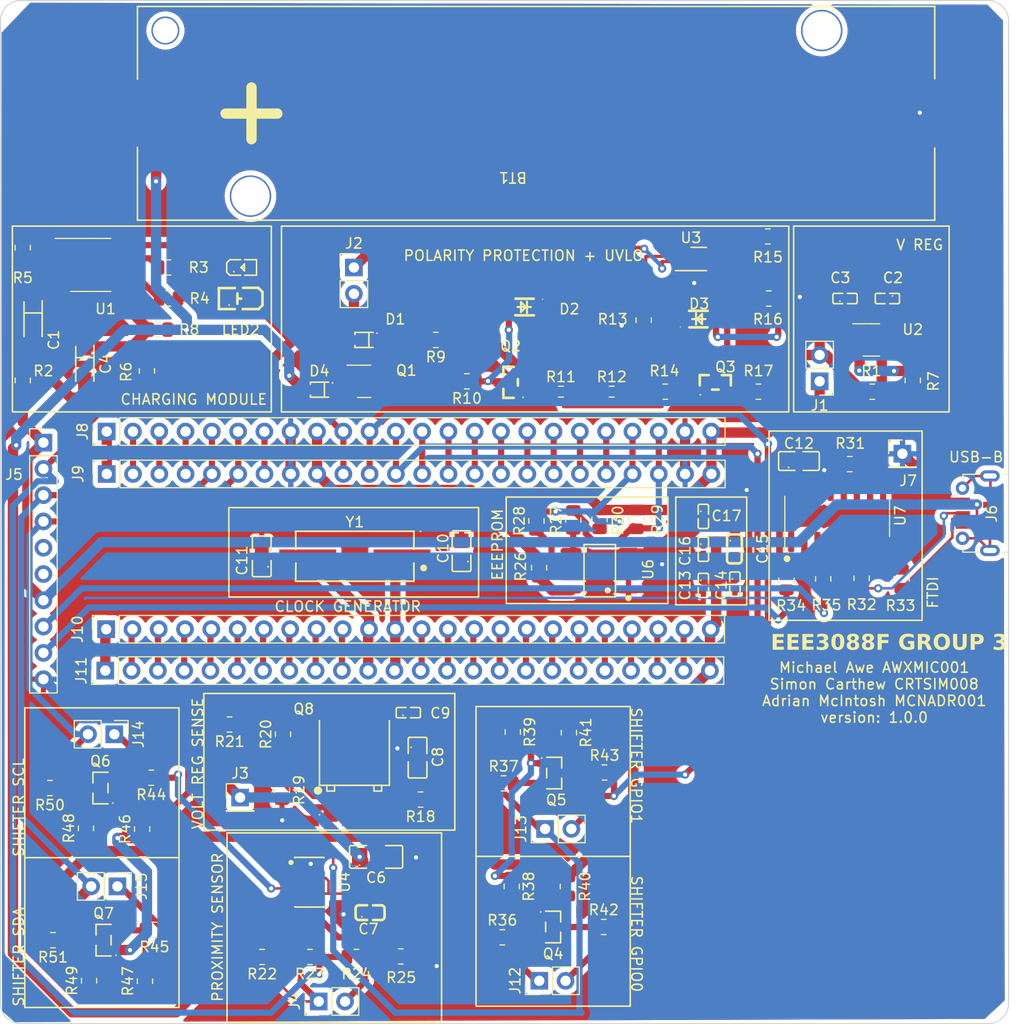
<source format=kicad_pcb>
(kicad_pcb (version 20221018) (generator pcbnew)
  (layers (0 "F.Cu" signal) (31 "B.Cu" signal) (34 "B.Paste" user) (35 "F.Paste" user) (36 "B.SilkS" user "B.Silkscreen") (37 "F.SilkS" user "F.Silkscreen") (38 "B.Mask" user) (39 "F.Mask" user) (44 "Edge.Cuts" user))
  (net 0 "")
  (net 1 "/Power Module/V_BAT+")
  (net 2 "GND")
  (net 3 "Net-(D1-A)")
  (net 4 "Net-(U2-VI)")
  (net 5 "Net-(U2-VO)")
  (net 6 "Net-(U1-BAT)")
  (net 7 "/Sensor Module/2V8")
  (net 8 "OSC OUT")
  (net 9 "OSC IN")
  (net 10 "Net-(U7-VCC)")
  (net 11 "/MicroController_Interfacing/3V3")
  (net 12 "/Power Module/CHRG_OUT")
  (net 13 "Net-(D2-A)")
  (net 14 "Net-(D3-A)")
  (net 15 "Net-(D3-K)")
  (net 16 "/Power Module/UVLO_3V3")
  (net 17 "Net-(J4-Pin_1)")
  (net 18 "Net-(J4-Pin_2)")
  (net 19 "/MicroController_Interfacing/USB 5V")
  (net 20 "/MicroController_Interfacing/A0")
  (net 21 "/MicroController_Interfacing/DigitalSensorSDA")
  (net 22 "/MicroController_Interfacing/DigitalSensorSCL")
  (net 25 "USART_TX")
  (net 26 "USART_RX")
  (net 27 "Net-(J6-D-)")
  (net 28 "Net-(J6-D+)")
  (net 30 "unconnected-(J6-Shield-Pad6)")
  (net 31 "Net-(J8-Pin_1)")
  (net 32 "Net-(J8-Pin_2)")
  (net 33 "Net-(J8-Pin_3)")
  (net 34 "Net-(J8-Pin_4)")
  (net 35 "Net-(J8-Pin_7)")
  (net 36 "/MicroController_Interfacing/GPIO 0")
  (net 37 "/MicroController_Interfacing/GPIO 1")
  (net 38 "Net-(J8-Pin_14)")
  (net 39 "Net-(J8-Pin_15)")
  (net 40 "Net-(J8-Pin_16)")
  (net 41 "Net-(J8-Pin_17)")
  (net 42 "Net-(J8-Pin_18)")
  (net 43 "Net-(J8-Pin_19)")
  (net 44 "Net-(J8-Pin_20)")
  (net 45 "EEPROMSCL")
  (net 46 "EEPROMSDA")
  (net 47 "Net-(J10-Pin_1)")
  (net 48 "Net-(J10-Pin_2)")
  (net 49 "Net-(J10-Pin_3)")
  (net 50 "Net-(J10-Pin_4)")
  (net 51 "Net-(J10-Pin_5)")
  (net 52 "Net-(J10-Pin_8)")
  (net 53 "Net-(J10-Pin_9)")
  (net 54 "Net-(J10-Pin_10)")
  (net 55 "Net-(J10-Pin_13)")
  (net 56 "Net-(J10-Pin_14)")
  (net 57 "Net-(J10-Pin_15)")
  (net 58 "Net-(J10-Pin_16)")
  (net 59 "Net-(J10-Pin_17)")
  (net 60 "Net-(J10-Pin_18)")
  (net 61 "Net-(J10-Pin_19)")
  (net 62 "Net-(J10-Pin_20)")
  (net 63 "Net-(J10-Pin_21)")
  (net 64 "Net-(J10-Pin_22)")
  (net 65 "Net-(J10-Pin_23)")
  (net 66 "/Sensor Module/Logic Level Shifting/A2")
  (net 67 "/Sensor Module/Logic Level Shifting/A1")
  (net 68 "/Sensor Module/Logic Level Shifting/A3")
  (net 69 "/Sensor Module/Logic Level Shifting/A4")
  (net 70 "Net-(LED1-K)")
  (net 71 "Net-(LED2-K)")
  (net 72 "Net-(Q2-D)")
  (net 73 "Net-(Q3-D)")
  (net 74 "Net-(Q3-G)")
  (net 75 "/Sensor Module/Logic Level Shifting/2V8")
  (net 76 "Net-(Q4-S)")
  (net 77 "Net-(Q4-D)")
  (net 78 "Net-(Q5-S)")
  (net 79 "Net-(Q5-D)")
  (net 80 "Net-(Q6-S)")
  (net 81 "Net-(Q6-D)")
  (net 82 "Net-(Q7-S)")
  (net 83 "Net-(Q7-D)")
  (net 84 "Net-(U1-~{CHRG})")
  (net 85 "Net-(U1-~{STDBY})")
  (net 86 "Net-(U1-PROG)")
  (net 87 "Net-(R12-Pad2)")
  (net 88 "Net-(U6-VCC)")
  (net 89 "Net-(U6-SDA)")
  (net 90 "Net-(U6-SCL)")
  (net 91 "USB D+")
  (net 92 "USB D-")
  (net 93 "Net-(U7-TXD)")
  (net 94 "Net-(U7-RXD)")
  (net 109 "Net-(Q8-VIN)")
  (net 110 "Net-(Q8-OUT)")
  (net 111 "Net-(Q8-ADJ)")
  (net 112 "Net-(J8-Pin_13)")
  (net 113 "Net-(J10-Pin_6)")
  (net 114 "Net-(J10-Pin_7)")
  (net 115 "/Power Module/V_PP")
  (net 116 "Net-(U3A-+)")
  (net 120 "Net-(D4-K)")
  (footprint "Resistor_SMD:R_0805_2012Metric" (layer "F.Cu") (at 180.6839 84.6449 180)
    (fp_text reference "R1")
    (fp_text value "0" hide)
  )
  (footprint "Connector_PinSocket_2.54mm:PinSocket_1x24_P2.54mm_Vertical" (layer "F.Cu") (at 106.6564 107.5949 90)
    (fp_text reference "J10")
    (fp_text value "Conn_01x24_Socket" hide)
  )
  (footprint "JLC_Diodes:LED0805-R-RD" (layer "F.Cu") (at 119.540292 75.6509 180)
    (fp_text reference "LED2")
    (fp_text value "Green LED" hide)
  )
  (footprint "Connector_PinHeader_2.54mm:PinHeader_1x02_P2.54mm_Vertical" (layer "F.Cu") (at 148.5064 141.569824 90)
    (fp_text reference "J12")
    (fp_text value "Conn_01x02_Pin" hide)
  )
  (footprint "Package_TO_SOT_SMD:SOT-23-3" (layer "F.Cu") (at 180.5964 79.6449)
    (fp_text reference "U2")
    (fp_text value "XC6206P" hide)
  )
  (footprint "Resistor_SMD:R_0805_2012Metric" (layer "F.Cu") (at 101.5189 137.6449 180)
    (fp_text reference "R51")
    (fp_text value "0" hide)
  )
  (footprint "Resistor_SMD:R_0805_2012Metric" (layer "F.Cu") (at 123.6464 123.1449 -90)
    (fp_text reference "R19")
    (fp_text value "1.5k" hide)
  )
  (footprint "Resistor_SMD:R_0805_2012Metric" (layer "F.Cu") (at 144.9339 137.369824)
    (fp_text reference "R36")
    (fp_text value "0")
  )
  (footprint "Resistor_SMD:R_0805_2012Metric" (layer "F.Cu") (at 121.725644 139.2649 180)
    (fp_text reference "R22")
    (fp_text value "0" hide)
  )
  (footprint "Resistor_SMD:R_0805_2012Metric" (layer "F.Cu") (at 101.2189 122.9449 180)
    (fp_text reference "R50")
    (fp_text value "0" hide)
  )
  (footprint "JLC_Misc:HC-49S_L11.4-W4.8" (layer "F.Cu") (at 130.688359 100.5429 180)
    (fp_text reference "Y1")
    (fp_text value "C252310" hide)
  )
  (footprint "JLC_Misc:SOIC-8_L4.9-W3.9-P1.27-LS6.0-BL" (layer "F.Cu") (at 154.350984 101.939896 90)
    (fp_text reference "U6")
    (fp_text value "CAT24C256" hide)
  )
  (footprint "JLC_Mosfet:SOT-23-3_L2.9-W1.3-P1.90-LS2.4-BR" (layer "F.Cu") (at 149.9464 121.494862 180)
    (fp_text reference "Q5")
    (fp_text value "BSS138" hide)
  )
  (footprint "Resistor_SMD:R_0805_2012Metric" (layer "F.Cu") (at 111.6839 78.6449 180)
    (fp_text reference "R8")
    (fp_text value "0" hide)
  )
  (footprint "JLC:C0805" (layer "F.Cu") (at 121.6904 100.5589 90)
    (fp_text reference "C11")
    (fp_text value "30pF" hide)
  )
  (footprint "JLC_Mosfet:SOT-23_L2.9-W1.3-P1.90-LS2.4-BR" (layer "F.Cu") (at 145.737187 83.743287)
    (fp_text reference "Q2")
    (fp_text value "\nLBSS84LT1G" hide)
  )
  (footprint "Connector_PinHeader_2.54mm:PinHeader_1x01_P2.54mm_Vertical" (layer "F.Cu") (at 183.5964 90.6449)
    (fp_text reference "J7")
    (fp_text value "Conn_01x01_Pin" hide)
  )
  (footprint "Resistor_SMD:R_0805_2012Metric" (layer "F.Cu") (at 179.6532 102.6765 90)
    (fp_text reference "R32")
    (fp_text value "0" hide)
  )
  (footprint "Resistor_SMD:R_0805_2012Metric" (layer "F.Cu") (at 111.3189 136.6449 180)
    (fp_text reference "R45")
    (fp_text value "0")
  )
  (footprint "Connector_PinHeader_2.54mm:PinHeader_1x02_P2.54mm_Vertical" (layer "F.Cu") (at 130.5964 72.6449)
    (fp_text reference "J2")
    (fp_text value "Conn_01x02_Pin" hide)
  )
  (footprint "JLC_Diodes:SOD-323_L1.8-W1.3-LS2.5-RD" (layer "F.Cu") (at 131.5964 79.6449 180)
    (fp_text reference "D1")
    (fp_text value "D_Schottky" hide)
  )
  (footprint "JLC:C0805" (layer "F.Cu") (at 173.5964 91.3481)
    (fp_text reference "C12")
    (fp_text value "0.1uF" hide)
  )
  (footprint "Resistor_SMD:R_0805_2012Metric" (layer "F.Cu") (at 112.6839 72.6449 180)
    (fp_text reference "R3")
    (fp_text value "1k" hide)
  )
  (footprint "Resistor_SMD:R_0805_2012Metric" (layer "F.Cu") (at 105.0064 141.5574 90)
    (fp_text reference "R49")
    (fp_text value "10K")
  )
  (footprint "JLC_Diodes:LED0603-RD" (layer "F.Cu") (at 119.796933 72.648329)
    (fp_text reference "LED1" hide)
    (fp_text value "Red LED" hide)
  )
  (footprint "Resistor_SMD:R_0805_2012Metric" (layer "F.Cu") (at 158.5964 77.7324 90)
    (fp_text reference "R13")
    (fp_text value "0" hide)
  )
  (footprint "Resistor_SMD:R_0805_2012Metric" (layer "F.Cu") (at 145.9464 117.532324 -90)
    (fp_text reference "R39")
    (fp_text value "10K" hide)
  )
  (footprint "JLC_Mosfet:SOT-23-3_L2.9-W1.3-P1.90-LS2.4-BR" (layer "F.Cu") (at 106.4064 137.6449)
    (fp_text reference "Q7")
    (fp_text value "BSS138" hide)
  )
  (footprint "Resistor_SMD:R_0805_2012Metric" (layer "F.Cu") (at 178.5089 91.6449)
    (fp_text reference "R31")
    (fp_text value "0" hide)
  )
  (footprint "Connector_PinHeader_2.54mm:PinHeader_1x02_P2.54mm_Vertical" (layer "F.Cu") (at 107.4464 117.7449 -90)
    (fp_text reference "J14")
    (fp_text value "Conn_01x02_Pin" hide)
  )
  (footprint "Resistor_SMD:R_0805_2012Metric" (layer "F.Cu") (at 145.8464 132.457324 -90)
    (fp_text reference "R38")
    (fp_text value "10K" hide)
  )
  (footprint "Resistor_SMD:R_0805_2012Metric" (layer "F.Cu") (at 170.5964 69.6449)
    (fp_text reference "R15")
    (fp_text value "390" hide)
  )
  (footprint "Justins:18650_Holder_SMD" (layer "F.Cu") (at 148.2 57.225 180)
    (fp_text reference "BT1")
    (fp_text value "Battery")
  )
  (footprint "JLC:C0402_NEW" (layer "F.Cu") (at 178.051315 75.6449)
    (fp_text reference "C3")
    (fp_text value "1u" hide)
  )
  (footprint "JLC_Prox:LGA-12_L4.8-W2.8-P0.75-BL" (layer "F.Cu") (at 126.2972 132.043468 -90)
    (fp_text reference "U4")
    (fp_text value "VL6180")
  )
  (footprint "Resistor_SMD:R_0805_2012Metric" (layer "F.Cu") (at 175.9448 102.7292 -90)
    (fp_text reference "R35")
    (fp_text value "0" hide)
  )
  (footprint "Package_DFN_QFN:DFN-8-1EP_3x2mm_P0.5mm_EP1.75x1.45mm" (layer "F.Cu") (at 163.1639 71.8243)
    (fp_text reference "U3")
    (fp_text value "MCP6002-xMC" hide)
  )
  (footprint "Resistor_SMD:R_0805_2012Metric" (layer "F.Cu") (at 172.3888 102.8778 -90)
    (fp_text reference "R34")
    (fp_text value "0" hide)
  )
  (footprint "Resistor_SMD:R_0805_2012Metric" (layer "F.Cu") (at 123.7464 117.744798 90)
    (fp_text reference "R20")
    (fp_text value "1.2k" hide)
  )
  (footprint "JLC_Diodes:LL-34_L3.5-W1.5-RD" (layer "F.Cu") (at 147.0904 76.4637 180)
    (fp_text reference "D2")
    (fp_text value "D_Zener" hide)
  )
  (footprint "Resistor_SMD:R_0805_2012Metric" (layer "F.Cu") (at 151.2714 132.457324 -90)
    (fp_text reference "R40")
    (fp_text value "10K" hide)
  )
  (footprint "Resistor_SMD:R_0805_2012Metric" (layer "F.Cu") (at 157.8854 96.9869 -90)
    (fp_text reference "R29")
    (fp_text value "4.7K" hide)
  )
  (footprint "Resistor_SMD:R_0805_2012Metric" (layer "F.Cu") (at 110.4064 141.607438 90)
    (fp_text reference "R47")
    (fp_text value "10K" hide)
  )
  (footprint "Resistor_SMD:R_0805_2012Metric" (layer "F.Cu") (at 112.6839 75.6449 180)
    (fp_text reference "R4")
    (fp_text value "1k" hide)
  )
  (footprint "Connector_PinHeader_2.54mm:PinHeader_1x24_P2.54mm_Vertical" (layer "F.Cu") (at 106.7054 88.4936 90)
    (fp_text reference "J8")
    (fp_text value "Conn_01x24_Pin" hide)
  )
  (footprint "Connector_PinHeader_2.54mm:PinHeader_1x02_P2.54mm_Vertical" (layer "F.Cu") (at 175.5964 83.6449 180)
    (fp_text reference "J1")
    (fp_text value "Conn_01x02_Pin" hide)
  )
  (footprint "JLC_Mosfet:SOT-23-3_L2.9-W1.3-P1.90-LS2.4-BR" (layer "F.Cu") (at 106.1064 122.9449)
    (fp_text reference "Q6")
    (fp_text value "BSS138" hide)
  )
  (footprint "Resistor_SMD:R_0805_2012Metric" (layer "F.Cu") (at 110.5964 82.6449 90)
    (fp_text reference "R6")
    (fp_text value "10k" hide)
  )
  (footprint "JLC:C0402" (layer "F.Cu") (at 167.4104 103.23784 -90)
    (fp_text reference "C14")
    (fp_text value "100nF" hide)
  )
  (footprint "JLC_Misc:TO-252-2_L6.5-W6.1-P4.58-LS10.0-TL" (layer "F.Cu") (at 130.629255 121.332406 90)
    (fp_text reference "Q8")
    (fp_text value "LM317AG-TN3-R" hide)
  )
  (footprint "Resistor_SMD:R_0805_2012Metric" (layer "F.Cu") (at 135.125644 139.2149)
    (fp_text reference "R25")
    (fp_text value "0" hide)
  )
  (footprint "JLC:C0402_NEW" (layer "F.Cu") (at 164.3624 96.695815 -90)
    (fp_text reference "C17")
    (fp_text value "1uF" hide)
  )
  (footprint "JLC:CAP-SMD_L3.2-W1.6-RD-C7171" (layer "F.Cu") (at 104.5964 81.958591 -90)
    (fp_text reference "C4")
    (fp_text value "10u" hide)
  )
  (footprint "JLC:C0402" (layer "F.Cu") (at 164.3624 103.36484 -90)
    (fp_text reference "C13")
    (fp_text value "100nF" hide)
  )
  (footprint "JLC:C0402_NEW" (layer "F.Cu") (at 164.3624 99.870815 -90)
    (fp_text reference "C16")
    (fp_text value "10nF" hide)
  )
  (footprint "Resistor_SMD:R_0805_2012Metric" (layer "F.Cu") (at 104.7064 126.8324 90)
    (fp_text reference "R48")
    (fp_text value "10K")
  )
  (footprint "Resistor_SMD:R_0805_2012Metric" (layer "F.Cu") (at 98.5964 70.7324 -90)
    (fp_text reference "R5")
    (fp_text value "10k" hide)
  )
  (footprint "Resistor_SMD:R_0805_2012Metric" (layer "F.Cu") (at 148.2334 97.1374 90)
    (fp_text reference "R28")
    (fp_text value "0" hide)
  )
  (footprint "Resistor_SMD:R_0603_1608Metric" (layer "F.Cu") (at 150.5964 84.6449)
    (fp_text reference "R11")
    (fp_text value "560k" hide)
  )
  (footprint "JLC:C0603" (layer "F.Cu") (at 167.3596 99.842875 -90)
    (fp_text reference "C15")
    (fp_text value "4.7uF" hide)
  )
  (footprint "Justins:USB_Conn_JLC_LCSC_C404969" (layer "F.Cu") (at 192.7192 96.4401 90)
    (fp_text reference "J6")
    (fp_text value "MICROXNJ" hide)
  )
  (footprint "Resistor_SMD:R_0805_2012Metric" (layer "F.Cu") (at 148.4874 101.6624 90)
    (fp_text reference "R26")
    (fp_text value "0" hide)
  )
  (footprint "JLC_Mosfet:SOT-23_L2.9-W1.3-P1.90-LS2.4-BR" (layer "F.Cu") (at 165.515613 83.746487 -90)
    (fp_text reference "Q3")
    (fp_text value "\nLBSS84LT1G" hide)
  )
  (footprint "Resistor_SMD:R_0805_2012Metric" (layer "F.Cu") (at 169.6839 84.6449 180)
    (fp_text reference "R17")
    (fp_text value "0" hide)
  )
  (footprint "Resistor_SMD:R_0805_2012Metric" (layer "F.Cu") (at 137.0339 124.0574 180)
    (fp_text reference "R18")
    (fp_text value "0" hide)
  )
  (footprint "JLC:C1206" (layer "F.Cu") (at 132.738983 129.595027)
    (fp_text reference "C6")
    (fp_text value "100u" hide)
  )
  (footprint "JLC:C0805" (layer "F.Cu") (at 140.9944 100.0509 90)
    (fp_text reference "C10")
    (fp_text value "30pF" hide)
  )
  (footprint "Resistor_SMD:R_0805_2012Metric" (layer "F.Cu") (at 126.350644 139.2649 180)
    (fp_text reference "R23")
    (fp_text value "100k" hide)
  )
  (footprint "Connector_PinHeader_2.54mm:PinHeader_1x02_P2.54mm_Vertical" (layer "F.Cu") (at 107.7464 132.4449 -90)
    (fp_text reference "J15")
    (fp_text value "Conn_01x02_Pin" hide)
  )
  (footprint "Connector_PinHeader_2.54mm:PinHeader_1x10_P2.54mm_Vertical" (layer "F.Cu") (at 100.5964 89.5649)
    (fp_text reference "J5")
    (fp_text value "Conn_01x10_Pin" hide)
  )
  (footprint "Resistor_SMD:R_0805_2012Metric" (layer "F.Cu") (at 160.6839 84.6449 180)
    (fp_text reference "R14")
    (fp_text value "820" hide)
  )
  (footprint "Connector_PinHeader_2.54mm:PinHeader_1x24_P2.54mm_Vertical" (layer "F.Cu") (at 106.5764 111.5949 90)
    (fp_text reference "J11")
    (fp_text value "Conn_01x24_Pin" hide)
  )
  (footprint "JLC:CAP-SMD_L3.2-W1.6-RD-C7171" (layer "F.Cu") (at 99.5964 77.6449 -90)
    (fp_text reference "C1")
    (fp_text value "10u" hide)
  )
  (footprint "Resistor_SMD:R_0805_2012Metric" (layer "F.Cu") (at 130.838144 139.2649 180)
    (fp_text reference "R24")
    (fp_text value "100k" hide)
  )
  (footprint "JLC:C0603" (layer "F.Cu") (at 132.166375 134.9853)
    (fp_text reference "C7")
    (fp_text value "4.7u" hide)
  )
  (footprint "Resistor_SMD:R_0805_2012Metric" (layer "F.Cu") (at 118.5839 116.8074 180)
    (fp_text reference "R21")
    (fp_text value "0" hide)
  )
  (footprint "Resistor_SMD:R_0805_2012Metric" (layer "F.Cu") (at 151.3714 117.582362 -90)
    (fp_text reference "R41")
    (fp_text value "10K" hide)
  )
  (footprint "Resistor_SMD:R_0805_2012Metric" (layer "F.Cu") (at 145.0589 122.494862)
    (fp_text reference "R37")
    (fp_text value "0")
  )
  (footprint "Package_SO:SOIC-16_3.9x9.9mm_P1.27mm" (layer "F.Cu") (at 177.291 96.6963 90)
    (fp_text reference "U7")
    (fp_text value "CH340C" hide)
  )
  (footprint "Resistor_SMD:R_0805_2012Metric" (layer "F.Cu") (at 154.8089 121.444824)
    (fp_text reference "R43")
    (fp_text value "0" hide)
  )
  (footprint "Resistor_SMD:R_0805_2012Metric" (layer "F.Cu") (at 141.5089 83.6449 180)
    (fp_text reference "R10")
    (fp_text value "1.5M" hide)
  )
  (footprint "JLC:C0402_NEW" (layer "F.Cu") (at 135.851315 115.6574)
    (fp_text reference "C9")
    (fp_text value "1u" hide)
  )
  (footprint "Package_TO_SOT_SMD:SOT-23" (layer "F.Cu") (at 131.5964 83.6449)
    (fp_text reference "Q1")
    (fp_text value "AO3401A" hide)
  )
  (footprint "JLC:C0805" (layer "F.Cu") (at 136.7464 120.0074 -90)
    (fp_text reference "C8")
    (fp_text value "0.1u" hide)
  )
  (footprint "Connector_PinHeader_2.54mm:PinHeader_1x02_P2.54mm_Vertical" (layer "F.Cu") (at 127.198144 143.5649 90)
    (fp_text reference "J4")
    (fp_text value "Conn_01x02_Pin" hide)
  )
  (footprint "Resistor_SMD:R_0805_2012Metric" (layer "F.Cu") (at 98.5964 83.5574 90)
    (fp_text reference "R2")
    (fp_text value "0" hide)
  )
  (footprint "Resistor_SMD:R_0805_2012Metric" (layer "F.Cu") (at 138.5089 79.6449 180)
    (fp_text reference "R9")
    (fp_text value "0" hide)
  )
  (footprint "Resistor_SMD:R_0805_2012Metric" (layer "F.Cu") (at 183.514 102.7254 90)
    (fp_text reference "R33")
    (fp_text value "0" hide)
  )
  (footprint "Resistor_SMD:R_0805_2012Metric" (layer "F.Cu") (at 110.1314 126.907438 90)
    (fp_text reference "R46")
    (fp_text value "10K")
  )
  (footprint "Resistor_SMD:R_0805_2012Metric" (layer "F.Cu") (at 154.3294 96.9869 -90)
    (fp_text reference "R30")
    (fp_text value "4.7K" hide)
  )
  (footprint "JLC_Diodes:LL-34_L3.5-W1.5-RD" (layer "F.Cu") (at 163.881575 77.6321)
    (fp_text reference "D3")
    (fp_text value "D_Zener" hide)
  )
  (footprint "JLC_Mosfet:SOT-23-3_L2.9-W1.3-P1.90-LS2.4-BR" (layer "F.Cu") (at 149.8464 136.369824 180)
    (fp_text reference "Q4")
    (fp_text value "BSS138" hide)
  )
  (footprint "Resistor_SMD:R_0805_2012Metric" (layer "F.Cu") (at 170.6839 75.6449)
    (fp_text reference "R16")
    (fp_text value "15k" hide)
  )
  (footprint "Resistor_SMD:R_0603_1608Metric" (layer "F.Cu") (at 155.5089 84.6449)
    (fp_text reference "R12")
    (fp_text value "1.5M")
  )
  (footprint "Resistor_SMD:R_0805_2012Metric" (layer "F.Cu") (at 151.7894 97.0339 90)
    (fp_text reference "R27")
    (fp_text value "0" hide)
  )
  (footprint "Resistor_SMD:R_0805_2012Metric" (layer "F.Cu") (at 154.7339 136.369824)
    (fp_text reference "R42")
    (fp_text value "0" hide)
  )
  (footprint "Connector_PinSocket_2.54mm:PinSocket_1x24_P2.54mm_Vertical" (layer "F.Cu") (at 106.7164 92.5949 90)
    (fp_text reference "J9")
    (fp_text value "Conn_01x24_Socket" hide)
  )
  (footprint "Connector_PinHeader_2.54mm:PinHeader_1x01_P2.54mm_Vertical" (layer "F.Cu") (at 119.5964 123.8574)
    (fp_text reference "J3")
    (fp_text value "Conn_01x01_Pin" hide)
  )
  (footprint "Resistor_SMD:R_0805_2012Metric" (layer "F.Cu") (at 111.0189 121.9449 180)
    (fp_text reference "R44")
    (fp_text value "0")
  )
  (footprint "Resistor_SMD:R_0805_2012Metric" (layer "F.Cu") (at 184.5964 83.5574 90)
    (fp_text reference "R7")
    (fp_text value "0" hide)
  )
  (footprint "JLC_Diodes:SOD-323_L1.8-W1.3-LS2.5-RD" (layer "F.Cu") (at 127.3 84.45 180)
    (fp_text reference "D4")
    (fp_text value "D_Schottky" hide)
  )
  (footprint "Package_SO:SOIC-8-1EP_3.9x4.9mm_P1.27mm_EP2.29x3mm" (layer "F.Cu") (at 105.1664 72.3949)
    (fp_text reference "U1")
    (fp_text value "TP4056" hide)
  )
  (footprint "JLC:C0402_NEW" (layer "F.Cu") (at 182.141485 75.6449 180)
    (fp_text reference "C2")
    (fp_text value "1u" hide)
  )
  (footprint "Connector_PinHeader_2.54mm:PinHeader_1x02_P2.54mm_Vertical" (layer "F.Cu") (at 149.0714 126.894862 90)
    (fp_text reference "J13")
    (fp_text value "Conn_01x02_Pin" hide)
  )
  (gr_circle (center 137.3378 101.6762) (end 137.5156 101.854) (stroke (width 0.15)) (fill solid) (layer "F.SilkS"))
  (gr_rect (start 123.5964 68.6449) (end 172.6164 86.5999) (stroke (width 0.15)) (fill none) (layer "F.SilkS"))
  (gr_rect (start 118.5154 95.8439) (end 142.6454 104.4799) (stroke (width 0.15)) (fill none) (layer "F.SilkS"))
  (gr_rect (start 116.0964 113.8074) (end 140.3464 127.0074) (stroke (width 0.15)) (fill none) (layer "F.SilkS"))
  (gr_rect (start 145.3124 94.8279) (end 160.9334 105.1149) (stroke (width 0.15)) (fill none) (layer "F.SilkS"))
  (gr_line (start 142.3964 129.544824) (end 157.2964 129.544824) (stroke (width 0.15)) (layer "F.SilkS"))
  (gr_rect (start 98.7964 115.1949) (end 113.6964 144.1449) (stroke (width 0.15)) (fill none) (layer "F.SilkS"))
  (gr_rect (start 142.3964 115.069824) (end 157.2964 144.019824) (stroke (width 0.15)) (fill none) (layer "F.SilkS"))
  (gr_rect (start 173.0864 68.6449) (end 188.1064 86.5999) (stroke (width 0.15)) (fill none) (layer "F.SilkS"))
  (gr_circle (center 172.443153 100.7872) (end 172.620953 100.965) (stroke (width 0.15)) (fill solid) (layer "F.SilkS"))
  (gr_line (start 98.7964 129.6699) (end 113.6964 129.6699) (stroke (width 0.15)) (layer "F.SilkS"))
  (gr_rect (start 97.5964 68.6449) (end 122.6164 86.5999) (stroke (width 0.15)) (fill none) (layer "F.SilkS"))
  (gr_rect (start 118.3386 127.2794) (end 139.065 145.5928) (stroke (width 0.15)) (fill none) (layer "F.SilkS"))
  (gr_rect (start 161.6954 94.8279) (end 168.5534 105.2419) (stroke (width 0.15)) (fill none) (layer "F.SilkS"))
  (gr_rect (start 170.7124 88.4525) (end 185.4952 106.7405) (stroke (width 0.15)) (fill none) (layer "F.SilkS"))
  (gr_line (start 96.45 143.75) (end 96.45 48.8) (stroke (width 0.1)) (layer "Edge.Cuts"))
  (gr_line (start 193.85 48.8) (end 193.85 143.75) (stroke (width 0.1)) (layer "Edge.Cuts"))
  (gr_line (start 98.4 46.85) (end 191.9 46.85) (stroke (width 0.1)) (layer "Edge.Cuts"))
  (gr_arc (start 96.45 48.8) (mid 97.021142 47.421142) (end 98.4 46.85) (stroke (width 0.1)) (layer "Edge.Cuts"))
  (gr_arc (start 193.85 143.75) (mid 193.278858 145.128858) (end 191.9 145.7) (stroke (width 0.1)) (layer "Edge.Cuts"))
  (gr_line (start 191.9 145.7) (end 98.4 145.7) (stroke (width 0.1)) (layer "Edge.Cuts"))
  (gr_arc (start 191.9 46.85) (mid 193.278858 47.421142) (end 193.85 48.8) (stroke (width 0.1)) (layer "Edge.Cuts"))
  (gr_arc (start 98.4 145.7) (mid 97.021142 145.128858) (end 96.45 143.75) (stroke (width 0.1)) (layer "Edge.Cuts"))
  (gr_text "PROXIMITY SENSOR" (at 118.0084 143.6878 90) (layer "F.SilkS") (effects (font (size 1 1)) (justify left bottom)))
  (gr_text "SHIFTER GPIO1" (at 157.2964 115.069824 270) (layer "F.SilkS") (effects (font (size 1 1)) (justify left bottom)))
  (gr_text "V REG" (at 182.9054 71.0438) (layer "F.SilkS") (effects (font (size 1 1)) (justify left bottom)))
  (gr_text "FTDI" (at 187.1218 105.6894 90) (layer "F.SilkS") (effects (font (size 1 1)) (justify left bottom)))
  (gr_text "EEE3088F GROUP 3\n" (at 170.8648 109.8393) (layer "F.SilkS") (effects (font (size 1.5 1.5) (thickness 0.2) bold) (justify left bottom)))
  (gr_text "EEEPROM" (at 145.0594 102.9716 90) (layer "F.SilkS") (effects (font (size 1 1)) (justify left bottom)))
  (gr_text "Michael Awe AWXMIC001\nSimon Carthew CRTSIM008\nAdrian McIntosh MCNADR001\nversion: 1.0.0" (at 180.8724 116.713) (layer "F.SilkS") (effects (font (size 1 1)) (justify bottom)))
  (gr_text "SHIFTER SCL" (at 98.7964 129.6699 90) (layer "F.SilkS") (effects (font (size 1 1)) (justify left bottom)))
  (gr_text "POLARITY PROTECTION + UVLO" (at 135.3058 72.0852) (layer "F.SilkS") (effects (font (size 1 1)) (justify left bottom)))
  (gr_text "VOLT REG SENSE" (at 116.0964 127.0074 90) (layer "F.SilkS") (effects (font (size 1 1)) (justify left bottom)))
  (gr_text "SHIFTER GPIO0" (at 157.3276 131.318 270) (layer "F.SilkS") (effects (font (size 1 1)) (justify left bottom)))
  (gr_text "SHIFTER SDA" (at 98.7964 144.1449 90) (layer "F.SilkS") (effects (font (size 1 1)) (justify left bottom)))
  (gr_text "CLOCK GENERATOR" (at 122.8344 105.9942) (layer "F.SilkS") (effects (font (size 1 1)) (justify left bottom)))
  (gr_text "USB-B" (at 188 91.55) (layer "F.SilkS") (effects (font (size 1 1)) (justify left bottom)))
  (gr_text "CHARGING MODULE" (at 107.95 85.979) (layer "F.SilkS") (effects (font (size 1 1)) (justify left bottom)))
  (segment (start 112.623 78.6715) (end 112.5964 78.6449) (width 1) (layer "F.Cu") (net 1))
  (segment (start 97.65 90.1409) (end 97.65 138.9103) (width 1) (layer "F.Cu") (net 1))
  (segment (start 113.410141 144.6119) (end 120.157141 137.8649) (width 1) (layer "F.Cu") (net 1))
  (segment (start 114.4524 78.6715) (end 112.623 78.6715) (width 1) (layer "F.Cu") (net 1))
  (segment (start 111.4796 57.7483) (end 111.4796 64.3225) (width 1) (layer "F.Cu") (net 1))
  (segment (start 126.127407 84.45) (end 125.7 84.45) (width 1) (layer "F.Cu") (net 1))
  (segment (start 122.4618 137.8649) (end 122.638144 138.041244) (width 1) (layer "F.Cu") (net 1))
  (segment (start 103.3516 144.6119) (end 113.410141 144.6119) (width 1) (layer "F.Cu") (net 1))
  (segment (start 125.7 84.45) (end 124.35 83.1) (width 1) (layer "F.Cu") (net 1))
  (segment (start 97.9668 89.8241) (end 97.65 90.1409) (width 1) (layer "F.Cu") (net 1))
  (segment (start 122.638144 138.041244) (end 122.638144 139.2649) (width 1) (layer "F.Cu") (net 1))
  (segment (start 120.157141 137.8649) (end 122.4618 137.8649) (width 1) (layer "F.Cu") (net 1))
  (segment (start 97.65 138.9103) (end 103.3516 144.6119) (width 1) (layer "F.Cu") (net 1))
  (via (at 114.4524 78.6715) (size 0.8) (drill 0.4) (layers "F.Cu" "B.Cu") (net 1))
  (via (at 111.4796 64.3225) (size 0.8) (drill 0.4) (layers "F.Cu" "B.Cu") (net 1))
  (via (at 124.35 83.1) (size 0.8) (drill 0.4) (layers "F.Cu" "B.Cu") (net 1))
  (via (at 97.9668 89.8241) (size 0.8) (drill 0.4) (layers "F.Cu" "B.Cu") (net 1))
  (segment (start 108.3898 78.6715) (end 97.9668 89.0945) (width 1) (layer "B.Cu") (net 1))
  (segment (start 114.4524 78.6715) (end 121.9424 78.6715) (width 1) (layer "B.Cu") (net 1))
  (segment (start 97.9668 89.0945) (end 97.9668 89.8241) (width 1) (layer "B.Cu") (net 1))
  (segment (start 124.35 81.0791) (end 121.9424 78.6715) (width 1) (layer "B.Cu") (net 1))
  (segment (start 114.4524 78.6715) (end 108.3898 78.6715) (width 1) (layer "B.Cu") (net 1))
  (segment (start 114.4524 77.5275) (end 111.4796 74.5547) (width 1) (layer "B.Cu") (net 1))
  (segment (start 114.4524 78.6715) (end 114.4524 77.5275) (width 1) (layer "B.Cu") (net 1))
  (segment (start 111.4796 74.5547) (end 111.4796 64.3225) (width 1) (layer "B.Cu") (net 1))
  (segment (start 124.35 83.1) (end 124.35 81.0791) (width 1) (layer "B.Cu") (net 1))
  (segment (start 126.806269 132.418373) (end 127.2972 132.418373) (width 0.25) (layer "F.Cu") (net 2))
  (segment (start 102.0214 69.8199) (end 102.6914 70.4899) (width 1) (layer "F.Cu") (net 2))
  (segment (start 171.5089 69.6449) (end 173.6852 71.8212) (width 0.6) (layer "F.Cu") (net 2))
  (segment (start 162.4641 72.5241) (end 163.1639 71.8243) (width 0.4) (layer "F.Cu") (net 2))
  (segment (start 137.6664 139.2149) (end 138.5964 140.1449) (width 1) (layer "F.Cu") (net 2))
  (segment (start 162.4641 72.6243) (end 161.7139 72.6243) (width 0.4) (layer "F.Cu") (net 2))
  (segment (start 188.0416 95.0901) (end 189.4492 95.0901) (width 0.4) (layer "F.Cu") (net 2))
  (segment (start 190.8358 57.6921) (end 185.2763 57.6921) (width 1) (layer "F.Cu") (net 2))
  (segment (start 173.6852 71.8212) (end 173.6852 75.4888) (width 0.6) (layer "F.Cu") (net 2))
  (segment (start 136.546527 129.595027) (end 136.5964 129.6449) (width 1) (layer "F.Cu") (net 2))
  (segment (start 168.4604 100.5429) (end 167.4104 100.5429) (width 0.6) (layer "F.Cu") (net 2))
  (segment (start 126.498564 130.168436) (end 126.428745 130.238255) (width 0.4) (layer "F.Cu") (net 2))
  (segment (start 126.428745 130.269394) (end 126.428745 132.040849) (width 0.25) (layer "F.Cu") (net 2))
  (segment (start 136.038144 139.2149) (end 137.6664 139.2149) (width 1) (layer "F.Cu") (net 2))
  (segment (start 151.578568 102.574897) (end 157.1234 102.574897) (width 0.6) (layer "F.Cu") (net 2))
  (segment (start 132.8964 134.995027) (end 132.8964 135.3449) (width 0.25) (layer "F.Cu") (net 2))
  (segment (start 105.1664 72.0399) (end 105.1664 72.3949) (width 1) (layer "F.Cu") (net 2))
  (segment (start 104.5314 73.0299) (end 102.6914 73.0299) (width 1) (layer "F.Cu") (net 2))
  (segment (start 175.1681 91.3481) (end 176.0474 92.2274) (width 1) (layer "F.Cu") (net 2))
  (segment (start 102.9464 69.8199) (end 105.1664 72.0399) (width 1) (layer "F.Cu") (net 2))
  (segment (start 134.7968 119.1103) (end 136.6435 119.1103) (width 1) (layer "F.Cu") (net 2))
  (segment (start 99.5964 74.1449) (end 99.5964 75.958591) (width 1) (layer "F.Cu") (net 2))
  (segment (start 136.6435 119.1103) (end 136.7464 119.0074) (width 1) (layer "F.Cu") (net 2))
  (segment (start 134.331566 129.595027) (end 136.546527 129.595027) (width 1) (layer "F.Cu") (net 2))
  (segment (start 127.2972 130.168436) (end 126.498564 130.168436) (width 0.4) (layer "F.Cu") (net 2))
  (segment (start 162.5964 88.6149) (end 162.5764 88.5949) (width 1) (layer "F.Cu") (net 2))
  (segment (start 168.7964 100.2069) (end 168.4604 100.5429) (width 0.6) (layer "F.Cu") (net 2))
  (segment (start 164.3624 100.4159) (end 163.4587 100.4159) (width 0.6) (layer "F.Cu") (net 2))
  (segment (start 132.8964 134.995027) (end 132.8964 134.9449) (width 0.25) (layer "F.Cu") (net 2))
  (segment (start 168.7964 94.3449) (end 168.7964 100.2069) (width 0.6) (layer "F.Cu") (net 2))
  (segment (start 102.6914 73.0299) (end 100.7114 73.0299) (width 1) (layer "F.Cu") (net 2))
  (segment (start 168.5964 94.1449) (end 168.7964 94.3449) (width 0.6) (layer "F.Cu") (net 2))
  (segment (start 105.1664 72.3949) (end 104.5314 73.0299) (width 1) (layer "F.Cu") (net 2))
  (segment (start 124.4764 92.5749) (end 124.4964 92.5949) (width 1) (layer "F.Cu") (net 2))
  (segment (start 132.8964 134.9449) (end 132.5964 134.6449) (width 0.25) (layer "F.Cu") (net 2))
  (segment (start 162.5964 92.5949) (end 162.5964 88.6149) (width 1) (layer "F.Cu") (net 2))
  (segment (start 98.5964 69.8199) (end 102.9464 69.8199) (width 1) (layer "F.Cu") (net 2))
  (segment (start 162.4641 72.6243) (end 162.4641 72.5241) (width 0.4) (layer "F.Cu") (net 2))
  (segment (start 98.5964 69.8199) (end 102.0214 69.8199) (width 1) (layer "F.Cu") (net 2))
  (segment (start 158.5964 76.8199) (end 158.827403 76.8199) (width 1) (layer "F.Cu") (net 2))
  (segment (start 126.428745 132.040849) (end 126.806269 132.418373) (width 0.25) (layer "F.Cu") (net 2))
  (segment (start 187.5964 94.6449) (end 188.0416 95.0901) (width 0.4) (layer "F.Cu") (net 2))
  (segment (start 174.5964 91.3481) (end 175.1681 91.3481) (width 1) (layer "F.Cu") (net 2))
  (segment (start 100.7114 73.0299) (end 99.5964 74.1449) (width 1) (layer "F.Cu") (net 2))
  (segment (start 168.5464 94.1449) (end 168.5964 94.1449) (width 0.6) (layer "F.Cu") (net 2))
  (segment (start 110.5089 83.6449) (end 110.5964 83.5574) (width 1) (layer "F.Cu") (net 2))
  (segment (start 185.2676 57.6834) (end 185.2763 57.6921) (width 1) (layer "F.Cu") (net 2))
  (segment (start 126.428745 130.238255) (end 126.428745 130.269394) (width 0.4) (layer "F.Cu") (net 2))
  (segment (start 124.4764 88.5949) (end 124.4764 92.5749) (width 1) (layer "F.Cu") (net 2))
  (segment (start 163.4587 100.4159) (end 163.449 100.4062) (width 0.6) (layer "F.Cu") (net 2))
  (segment (start 183.5964 90.6449) (end 187.5964 94.6449) (width 1) (layer "F.Cu") (net 2))
  (via (at 136.5964 129.6449) (size 0.8) (drill 0.4) (layers "F.Cu" "B.Cu") (net 2))
  (via (at 185.2763 57.6921) (size 0.8) (drill 0.4) (layers "F.Cu" "B.Cu") (net 2))
  (via (at 134.7968 119.1103) (size 0.8) (drill 0.4) (layers "F.Cu" "B.Cu") (net 2))
  (via (at 173.6852 75.4888) (size 0.8) (drill 0.4) (layers "F.Cu" "B.Cu") (net 2))
  (via (at 138.5964 140.1449) (size 0.8) (drill 0.4) (layers "F.Cu" "B.Cu") (net 2))
  (via (at 176.0474 92.2274) (size 0.8) (drill 0.4) (layers "F.Cu" "B.Cu") (net 2))
  (via (at 129.5964 135.1449) (size 0.8) (drill 0.4) (layers "F.Cu" "B.Cu") (net 2))
  (via (at 123.6726 126.0602) (size 0.8) (drill 0.4) (layers "F.Cu" "B.Cu") (net 2))
  (via (at 163.4744 74.1426) (size 0.8) (drill 0.4) (layers "F.Cu" "B.Cu") (net 2))
  (via (at 156.464 78.2574) (size 0.8) (drill 0.4) (layers "F.Cu" "B.Cu") (net 2))
  (via (at 126.428745 130.269394) (size 0.8) (drill 0.4) (layers "F.Cu" "B.Cu") (net 2))
  (via (at 160.3756 101.3206) (size 0.8) (drill 0.4) (layers "F.Cu" "B.Cu") (net 2))
  (via (at 168.5464 94.1449) (size 0.8) (drill 0.4) (layers "F.Cu" "B.Cu") (net 2))
  (segment (start 134.7968 116.8453) (end 134.1464 116.1949) (width 1) (layer "B.Cu") (net 2))
  (segment (start 104.3664 116.1949) (end 100.5964 112.4249) (width 1) (layer "B.Cu") (net 2))
  (segment (start 134.7968 119.1103) (end 136.5964 120.9099) (width 1) (layer "B.Cu") (net 2))
  (segment (start 134.1464 116.1949) (end 104.3664 116.1949) (width 1) (layer "B.Cu") (net 2))
  (segment (start 136.5964 120.9099) (end 136.5964 129.6449) (width 1) (layer "B.Cu") (net 2))
  (segment (start 134.7968 119.1103) (end 134.7968 116.8453) (width 1) (layer "B.Cu") (net 2))
  (segment (start 120.5964 75.544316) (end 120.696984 75.6449) (width 1) (layer "F.Cu") (net 3))
  (segment (start 122.609484 81.7324) (end 124.696984 79.6449) (width 1) (layer "F.Cu") (net 3))
  (segment (start 103.220939 85.223653) (end 106.874144 85.223653) (width 1) (layer "F.Cu") (net 3))
  (segment (start 130.423807 79.6449) (end 124.696984 79.6449) (width 1) (layer "F.Cu") (net 3))
  (segment (start 124.696984 79.6449) (end 120.696984 75.6449) (width 1) (layer "F.Cu") (net 3))
  (segment (start 110.365397 81.7324) (end 110.5964 81.7324) (width 1) (layer "F.Cu") (net 3))
  (segment (start 130.423807 79.6449) (end 130.423807 82.459807) (width 1) (layer "F.Cu") (net 3))
  (segment (start 120.5964 72.050692) (end 120.5964 72.6449) (width 1) (layer "F.Cu") (net 3))
  (segment (start 102.6914 74.2999) (end 102.6914 76.236209) (width 0.6) (layer "F.Cu") (net 3))
  (segment (start 102.6914 76.236209) (end 99.5964 79.331209) (width 0.6) (layer "F.Cu") (net 3))
  (segment (start 100.642186 82.6449) (end 103.220939 85.223653) (width 1) (layer "F.Cu") (net 3))
  (segment (start 98.5964 82.6449) (end 100.642186 82.6449) (width 1) (layer "F.Cu") (net 3))
  (segment (start 110.5964 81.7324) (end 122.609484 81.7324) (width 1) (layer "F.Cu") (net 3))
  (segment (start 106.874144 85.223653) (end 110.365397 81.7324) (width 1) (layer "F.Cu") (net 3))
  (segment (start 107.6414 70.4899) (end 119.035608 70.4899) (width 0.6) (layer "F.Cu") (net 3))
  (segment (start 119.035608 70.4899) (end 120.5964 72.050692) (width 0.6) (layer "F.Cu") (net 3))
  (segment (start 130.423807 82.459807) (end 130.6589 82.6949) (width 1) (layer "F.Cu") (net 3))
  (segment (start 120.5964 72.6449) (end 120.5964 75.544316) (width 1) (layer "F.Cu") (net 3))
  (segment (start 98.5964 80.331209) (end 99.5964 79.331209) (width 1) (layer "F.Cu") (net 3))
  (segment (start 98.5964 82.6449) (end 98.5964 80.331209) (width 1) (layer "F.Cu") (net 3))
  (segment (start 181.5964 79.7824) (end 181.7339 79.6449) (width 1) (layer "F.Cu") (net 4))
  (segment (start 181.5964 84.6449) (end 181.5964 79.7824) (width 1) (layer "F.Cu") (net 4))
  (segment (start 182.691447 78.687353) (end 182.691447 75.6449) (width 1) (layer "F.Cu") (net 4))
  (segment (start 181.7339 79.6449) (end 182.691447 78.687353) (width 1) (layer "F.Cu") (net 4))
  (segment (start 179.4589 80.5949) (end 179.4589 82.5762) (width 1) (layer "F.Cu") (net 5))
  (segment (start 177.501353 78.637353) (end 177.501353 75.6449) (width 1) (layer "F.Cu") (net 5))
  (segment (start 179.4589 82.5762) (end 179.429328 82.605772) (width 1) (layer "F.Cu") (net 5))
  (segment (start 184.5964 82.6449) (end 182.7964 82.6449) (width 1) (layer "F.Cu") (net 5))
  (segment (start 179.4589 80.5949) (end 177.501353 78.637353) (width 1) (layer "F.Cu") (net 5))
  (via (at 182.7774 82.6449) (size 0.8) (drill 0.4) (layers "F.Cu" "B.Cu") (net 5))
  (via (at 179.4246 82.6105) (size 0.8) (drill 0.4) (layers "F.Cu" "B.Cu") (net 5))
  (segment (start 179.459 82.6449) (end 179.4246 82.6105) (width 1) (layer "B.Cu") (net 5))
  (segment (start 182.7774 82.6449) (end 179.459 82.6449) (width 1) (layer "B.Cu") (net 5))
  (segment (start 109.144018 80.272282) (end 110.7714 78.6449) (width 1) (layer "F.Cu") (net 6))
  (segment (start 107.6414 74.2999) (end 107.6414 75.5149) (width 1) (layer "F.Cu") (net 6))
  (segment (start 104.5964 80.272282) (end 109.144018 80.272282) (width 1) (layer "F.Cu") (net 6))
  (segment (start 107.6414 75.5149) (end 110.7714 78.6449) (width 1) (layer "F.Cu") (net 6))
  (segment (start 131.49635 129.944977) (end 131.1464 129.595027) (width 1) (layer "F.Cu") (net 7))
  (segment (start 129.646223 133.1449) (end 128.142 133.1449) (width 0.25) (layer "F.Cu") (net 7))
  (segment (start 128.142 133.1449) (end 127.2964 133.1449) (width 0.25) (layer "F.Cu") (net 7))
  (segment (start 127.2964 133.1449) (end 127.9464 133.1449) (width 0.25) (layer "F.Cu") (net 7))
  (segment (start 131.49635 134.995027) (end 131.49635 129.944977) (width 1) (layer "F.Cu") (net 7))
  (segment (start 128.142 131.915431) (end 128.142 133.1449) (width 0.25) (layer "F.Cu") (net 7))
  (segment (start 119.5964 123.8574) (end 117.6714 121.9324) (width 1) (layer "F.Cu") (net 7))
  (segment (start 127.320863 131.6449) (end 127.2972 131.668563) (width 0.25) (layer "F.Cu") (net 7))
  (segment (start 117.6714 121.9324) (end 117.6714 116.8074) (width 1) (layer "F.Cu") (net 7))
  (segment (start 131.49635 134.995027) (end 129.646223 133.1449) (width 0.25) (layer "F.Cu") (net 7))
  (segment (start 127.871469 131.6449) (end 127.320863 131.6449) (width 0.25) (layer "F.Cu") (net 7))
  (segment (start 127.2972 133.1457) (end 127.2964 133.1449) (width 0.25) (layer "F.Cu") (net 7))
  (segment (start 127.871469 131.6449) (end 128.142 131.915431) (width 0.25) (layer "F.Cu") (net 7))
  (segment (start 127.2972 133.168436) (end 127.2972 133.1457) (width 0.25) (layer "F.Cu") (net 7))
  (via (at 131.1464 129.595027) (size 0.8) (drill 0.4) (layers "F.Cu" "B.Cu") (net 7))
  (segment (start 131.1464 129.595027) (end 125.408773 123.8574) (width 1) (layer "B.Cu") (net 7))
  (segment (start 125.408773 123.8574) (end 119.5964 123.8574) (width 1) (layer "B.Cu") (net 7))
  (segment (start 134.5964 111.5149) (end 134.5164 111.5949) (width 1) (layer "F.Cu") (net 8))
  (segment (start 134.5964 101.187818) (end 135.241318 100.5429) (width 1) (layer "F.Cu") (net 8))
  (segment (start 135.749318 101.0509) (end 135.241318 100.5429) (width 1) (layer "F.Cu") (net 8))
  (segment (start 134.5964 107.5949) (end 134.5964 111.5149) (width 1) (layer "F.Cu") (net 8))
  (segment (start 140.9944 101.0509) (end 135.749318 101.0509) (width 1) (layer "F.Cu") (net 8))
  (segment (start 134.5964 107.5949) (end 134.5964 101.187818) (width 1) (layer "F.Cu") (net 8))
  (segment (start 131.9764 111.5949) (end 131.9764 107.6749) (width 1) (layer "F.Cu") (net 9))
  (segment (start 132.0564 106.4639) (end 126.1354 100.5429) (width 1) (layer "F.Cu") (net 9))
  (segment (start 131.9764 107.6749) (end 132.0564 107.5949) (width 1) (layer "F.Cu") (net 9))
  (segment (start 126.1354 100.5429) (end 125.1194 101.5589) (width 1) (layer "F.Cu") (net 9))
  (segment (start 132.0564 107.5949) (end 132.0564 106.4639) (width 1) (layer "F.Cu") (net 9))
  (segment (start 125.1194 101.5589) (end 121.6904 101.5589) (width 1) (layer "F.Cu") (net 9))
  (segment (start 172.846 94.2213) (end 172.846 91.5977) (width 1) (layer "F.Cu") (net 10))
  (segment (start 172.846 91.5977) (end 172.5964 91.3481) (width 1) (layer "F.Cu") (net 10))
  (segment (start 177.5964 90.4964) (end 176.3 89.2) (width 1) (layer "F.Cu") (net 10))
  (segment (start 172.5964 90.0536) (end 172.5964 91.3481) (width 1) (layer "F.Cu") (net 10))
  (segment (start 177.5964 91.6449) (end 177.5964 90.4964) (width 1) (layer "F.Cu") (net 10))
  (segment (start 176.3 89.2) (end 173.45 89.2) (width 1) (layer "F.Cu") (net 10))
  (segment (start 173.45 89.2) (end 172.5964 90.0536) (width 1) (layer "F.Cu") (net 10))
  (segment (start 165.608522 102.687878) (end 167.4104 102.687878) (width 1) (layer "F.Cu") (net 11))
  (segment (start 165.5964 99.14285) (end 165.5964 101.585755) (width 1) (layer "F.Cu") (net 11))
  (segment (start 103.2199 142.4699) (end 105.0064 142.4699) (width 1) (layer "F.Cu") (net 11))
  (segment (start 175.5964 87.6449) (end 179.5964 87.6449) (width 1) (layer "F.Cu") (net 11))
  (segment (start 165.5964 102.7) (end 165.608522 102.687878) (width 1) (layer "F.Cu") (net 11))
  (segment (start 164.9964 107.6749) (end 165.0764 107.5949) (width 1) (layer "F.Cu") (net 11))
  (segment (start 150.0589 130.332324) (end 144.221324 130.332324) (width 1) (layer "F.Cu") (net 11))
  (segment (start 105.6014 128.6399) (end 104.7064 127.7449) (width 1) (layer "F.Cu") (net 11))
  (segment (start 164.540403 99.14285) (end 164.3624 99.320853) (width 1) (layer "F.Cu") (net 11))
  (segment (start 164.9964 111.5949) (end 159.921438 116.669862) (width 1) (layer "F.Cu") (net 11))
  (segment (start 157.5964 125.219824) (end 151.2714 131.544824) (width 1) (layer "F.Cu") (net 11))
  (segment (start 165.813403 96.145853) (end 164.097353 96.145853) (width 1) (layer "F.Cu") (net 11))
  (segment (start 164.9964 111.5949) (end 164.9964 107.6749) (width 1) (layer "F.Cu") (net 11))
  (segment (start 154.3294 95.843397) (end 153.130903 94.6449) (width 1) (layer "F.Cu") (net 11))
  (segment (start 165.1164 88.5949) (end 165.1364 88.6149) (width 1) (layer "F.Cu") (net 11))
  (segment (start 127.0364 92.5949) (end 127.0364 88.6149) (width 1) (layer "F.Cu") (net 11))
  (segment (start 148.4874 100.7499) (end 141.8824 94.1449) (width 1) (layer "F.Cu") (net 11))
  (segment (start 165.5964 102.7) (end 165.481522 102.814878) (width 1) (layer "F.Cu") (net 11))
  (segment (start 179.5964 87.6449) (end 181.4214 87.6449) (width 1) (layer "F.Cu") (net 11))
  (segment (start 127.0364 88.6149) (end 127.0164 88.5949) (width 1) (layer "F.Cu") (net 11))
  (segment (start 137.9464 124.0574) (end 137.9464 124.288403) (width 1) (layer "F.Cu") (net 11))
  (segment (start 157.5964 116.669862) (end 157.5964 125.219824) (width 1) (layer "F.Cu") (net 11))
  (segment (start 175.5964 86.25) (end 172.9913 86.25) (width 1) (layer "F.Cu") (net 11))
  (segment (start 165.1364 88.6149) (end 165.1364 92.5949) (width 1) (layer "F.Cu") (net 11))
  (segment (start 162.8414 94.8899) (end 161.6569 96.0744) (width 1) (layer "F.Cu") (net 11))
  (segment (start 105.6014 128.6399) (end 99.15 135.0913) (width 1) (layer "F.Cu") (net 11))
  (segment (start 179.4214 91.6449) (end 179.4214 87.8199) (width 1) (layer "F.Cu") (net 11))
  (segment (start 179.4214 87.8199) (end 179.5964 87.6449) (width 1) (layer "F.Cu") (net 11))
  (segment (start 170.6464 88.5949) (end 165.1164 88.5949) (width 1) (layer "F.Cu") (net 11))
  (segment (start 105.993938 129.032438) (end 105.6014 128.6399) (width 1) (layer "F.Cu") (net 11))
  (segment (start 165.481522 102.814878) (end 164.3624 102.814878) (width 1) (layer "F.Cu") (net 11))
  (segment (start 151.2714 131.544824) (end 150.0589 130.332324) (width 1) (layer "F.Cu") (net 11))
  (segment (start 144.221324 130.332324) (end 137.9464 124.0574) (width 1) (layer "F.Cu") (net 11))
  (segment (start 158.5964 96.0744) (end 157.8854 96.0744) (width 1) (layer "F.Cu") (net 11))
  (segment (start 167.4104 99.14285) (end 165.5964 99.14285) (width 1) (layer "F.Cu") (net 11))
  (segment (start 167.4104 97.74285) (end 165.813403 96.145853) (width 1) (layer "F.Cu") (net 11))
  (segment (start 159.921438 116.669862) (end 157.5964 116.669862) (width 1) (layer "F.Cu") (net 11))
  (segment (start 158.5964 96.0744) (end 154.3294 96.0744) (width 1) (layer "F.Cu") (net 11))
  (segment (start 165.1364 92.5949) (end 162.8414 94.8899) (width 1) (layer "F.Cu") (net 11))
  (segment (start 154.3294 96.0744) (end 154.3294 95.843397) (width 1) (layer "F.Cu") (net 11))
  (segment (start 144.5964 94.6449) (end 143.5964 95.6449) (width 1) (layer "F.Cu") (net 11))
  (segment (start 141.8824 94.1449) (end 128.5864 94.1449) (width 1) (layer "F.Cu") (net 11))
  (segment (start 181.4214 87.6449) (end 184.5964 84.4699) (width 1) (layer "F.Cu") (net 11))
  (segment (start 161.6569 96.0744) (end 158.5964 96.0744) (width 1) (layer "F.Cu") (net 11))
  (segment (start 137.9464 124.288403) (end 134.589903 127.6449) (width 1) (layer "F.Cu") (net 11))
  (segment (start 134.589903 127.6449) (end 112.362441 127.6449) (width 1) (layer "F.Cu") (net 11))
  (segment (start 165.5964 99.14285) (end 164.540403 99.14285) (width 1) (layer "F.Cu") (net 11))
  (segment (start 172.9913 86.25) (end 170.6464 88.5949) (width 1) (layer "F.Cu") (net 11))
  (segment (start 175.5964 83.6449) (end 175.5964 87.6449) (width 1) (layer "F.Cu") (net 11))
  (segment (start 153.130903 94.6449) (end 144.5964 94.6449) (width 1) (layer "F.Cu") (net 11))
  (segment (start 99.15 135.0913) (end 99.15 138.4) (width 1) (layer "F.Cu") (net 11))
  (segment (start 110.974903 129.032438) (end 105.993938 129.032438) (width 1) (layer "F.Cu") (net 11))
  (segment (start 128.5864 94.1449) (end 127.0364 92.5949) (width 1) (layer "F.Cu") (net 11))
  (segment (start 157.5964 116.669862) (end 151.3714 116.669862) (width 1) (layer "F.Cu") (net 11))
  (segment (start 164.097353 96.145853) (end 162.8414 94.8899) (width 1) (layer "F.Cu") (net 11))
  (segment (start 165.5964 101.585755) (end 165.5964 107.0749) (width 1) (layer "F.Cu") (net 11))
  (segment (start 99.15 138.4) (end 103.2199 142.4699) (width 1) (layer "F.Cu") (net 11))
  (segment (start 112.362441 127.6449) (end 110.974903 129.032438) (width 1) (layer "F.Cu") (net 11))
  (segment (start 165.5964 107.0749) (end 165.0764 107.5949) (width 1) (layer "F.Cu") (net 11))
  (segment (start 167.4104 99.14285) (end 167.4104 97.74285) (width 1) (layer "F.Cu") (net 11))
  (segment (start 130.5964 77.472307) (end 132.182696 79.058604) (width 1) (layer "F.Cu") (net 12))
  (segment (start 130.5964 75.1849) (end 130.5964 77.472307) (width 1) (layer "F.Cu") (net 12))
  (segment (start 132.5339 83.6449) (end 132.5339 79.879993) (width 1) (layer "F.Cu") (net 12))
  (segment (start 132.182696 79.058604) (end 137.010104 79.058604) (width 1) (layer "F.Cu") (net 12))
  (segment (start 137.010104 79.058604) (end 137.5964 79.6449) (width 1) (layer "F.Cu") (net 12))
  (segment (start 132.5339 79.879993) (end 132.768993 79.6449) (width 1) (layer "F.Cu") (net 12))
  (segment (start 132.182696 79.058604) (end 132.768993 79.6449) (width 1) (layer "F.Cu") (net 12))
  (segment (start 143.5327 83.6449) (end 142.4214 83.6449) (width 0.6) (layer "F.Cu") (net 13))
  (segment (start 143.5608 83.6168) (end 143.5327 83.6449) (width 0.6) (layer "F.Cu") (net 13))
  (segment (start 143.5889 83.6449) (end 144.5964 83.6449) (width 0.6) (layer "F.Cu") (net 13))
  (segment (start 143.5608 83.6168) (end 143.5889 83.6449) (width 0.6) (layer "F.Cu") (net 13))
  (segment (start 145.5664 78.6735) (end 145.5664 76.639725) (width 0.6) (layer "F.Cu") (net 13))
  (segment (start 145.5664 76.639725) (end 145.390375 76.4637) (width 0.6) (layer "F.Cu") (net 13))
  (via (at 145.5664 78.6735) (size 0.8) (drill 0.4) (layers "F.Cu" "B.Cu") (net 13))
  (via (at 143.5608 83.6168) (size 0.8) (drill 0.4) (layers "F.Cu" "B.Cu") (net 13))
  (segment (start 143.5608 83.6168) (end 145.5964 81.5812) (width 0.6) (layer "B.Cu") (net 13))
  (segment (start 145.5964 78.6449) (end 145.595 78.6449) (width 0.6) (layer "B.Cu") (net 13))
  (segment (start 145.595 78.6449) (end 145.5664 78.6735) (width 0.6) (layer "B.Cu") (net 13))
  (segment (start 145.5964 81.5812) (end 145.5964 78.6449) (width 0.6) (layer "B.Cu") (net 13))
  (segment (start 171.444 79.3593) (end 171.5964 79.2069) (width 0.6) (layer "F.Cu") (net 14))
  (segment (start 171.5964 71.5574) (end 169.6839 69.6449) (width 0.6) (layer "F.Cu") (net 14))
  (segment (start 165.5816 77.6321) (end 165.5816 79.176663) (width 0.6) (layer "F.Cu") (net 14))
  (segment (start 171.5964 79.2069) (end 171.5964 71.5574) (width 0.6) (layer "F.Cu") (net 14))
  (segment (start 165.5816 79.176663) (end 165.764237 79.3593) (width 0.4) (layer "F.Cu") (net 14))
  (via (at 165.764237 79.3593) (size 0.8) (drill 0.4) (layers "F.Cu" "B.Cu") (net 14))
  (via (at 171.444 79.3593) (size 0.8) (drill 0.4) (layers "F.Cu" "B.Cu") (net 14))
  (segment (start 171.444 79.3593) (end 165.764237 79.3593) (width 0.6) (layer "B.Cu") (net 14))
  (segment (start 160.691758 75.195358) (end 162.19635 75.195358) (width 0.3) (layer "F.Cu") (net 15))
  (segment (start 158.8171 71.5743) (end 158.8008 71.5906) (width 0.3) (layer "F.Cu") (net 15))
  (segment (start 162.19635 82.21995) (end 162.19635 77.6449) (width 0.25) (layer "F.Cu") (net 15))
  (segment (start 161.7139 71.5743) (end 158.8171 71.5743) (width 0.3) (layer "F.Cu") (net 15))
  (segment (start 158.8008 73.3044) (end 160.691758 75.195358) (width 0.3) (layer "F.Cu") (net 15))
  (segment (start 159.7714 84.6449) (end 162.19635 82.21995) (width 0.25) (layer "F.Cu") (net 15))
  (segment (start 158.8008 71.5906) (end 158.8008 73.3044) (width 0.3) (layer "F.Cu") (net 15))
  (segment (start 162.19635 77.6449) (end 162.19635 75.195358) (width 0.25) (layer "F.Cu") (net 15))
  (segment (start 130.5964 72.6449) (end 136.7913 66.45) (width 1) (layer "F.Cu") (net 16))
  (segment (start 170.4015 66.45) (end 175.5964 71.6449) (width 1) (layer "F.Cu") (net 16))
  (segment (start 176.2314 81.1049) (end 175.5964 81.1049) (width 1) (layer "F.Cu") (net 16))
  (segment (start 174.1364 81.1049) (end 170.5964 84.6449) (width 1) (layer "F.Cu") (net 16))
  (segment (start 179.7714 84.6449) (end 176.2314 81.1049) (width 1) (layer "F.Cu") (net 16))
  (segment (start 175.5964 71.6449) (end 175.5964 81.1049) (width 1) (layer "F.Cu") (net 16))
  (segment (start 175.5964 81.1049) (end 174.1364 81.1049) (width 1) (layer "F.Cu") (net 16))
  (segment (start 136.7913 66.45) (end 170.4015 66.45) (width 1) (layer "F.Cu") (net 16))
  (segment (start 125.113144 143.5649) (end 120.813144 139.2649) (width 0.25) (layer "F.Cu") (net 17))
  (segment (start 127.198144 143.5649) (end 125.113144 143.5649) (width 0.25) (layer "F.Cu") (net 17))
  (segment (start 125.438144 141.8049) (end 127.198144 143.5649) (width 0.6) (layer "F.Cu") (net 17))
  (segment (start 125.438144 141.8049) (end 125.438144 139.2649) (width 0.6) (layer "F.Cu") (net 17))
  (segment (start 131.800644 139.2149) (end 131.750644 139.2649) (width 0.6) (layer "F.Cu") (net 18))
  (segment (start 134.213144 139.2149) (end 131.800644 139.2149) (width 0.6) (layer "F.Cu") (net 18))
  (segment (start 131.750644 139.2649) (end 131.750644 141.5524) (width 0.6) (layer "F.Cu") (net 18))
  (segment (start 131.750644 141.5524) (end 129.738144 143.5649) (width 0.6) (layer "F.Cu") (net 18))
  (segment (start 98.5964 87.5649) (end 100.5964 89.5649) (width 1) (layer "F.Cu") (net 19))
  (segment (start 98.5964 84.4699) (end 98.5964 87.5649) (width 1) (layer "F.Cu") (net 19))
  (segment (start 190.799698 95.5391) (end 190.799698 97.214602) (width 0.25) (layer "F.Cu") (net 19))
  (segment (start 190.3242 97.6901) (end 189.4492 97.6901) (width 0.25) (layer "F.Cu") (net 19))
  (segment (start 190.799698 97.214602) (end 190.3242 97.6901) (width 0.25) (layer "F.Cu") (net 19))
  (segment (start 99.0464 91.1149) (end 99.0464 103.2549) (width 1) (layer "F.Cu") (net 19))
  (segment (start 100.5964 89.5649) (end 99.0464 91.1149) (width 1) (layer "F.Cu") (net 19))
  (segment (start 99.0464 103.2549) (end 100.5964 104.8049) (width 1) (layer "F.Cu") (net 19))
  (via (at 190.799698 95.5391) (size 0.8) (drill 0.4) (layers "F.Cu" "B.Cu") (net 19))
  (segment (start 173.58513 99.189265) (end 106.212035 99.189265) (width 1) (layer "B.Cu") (net 19))
  (segment (start 190.799698 95.5391) (end 190.793898 95.5449) (width 1) (layer "B.Cu") (net 19))
  (segment (start 190.793898 95.5449) (end 177.229495 95.5449) (width 1) (layer "B.Cu") (net 19))
  (segment (start 177.229495 95.5449) (end 173.58513 99.189265) (width 1) (layer "B.Cu") (net 19))
  (segment (start 106.212035 99.189265) (end 100.5964 104.8049) (width 1) (layer "B.Cu") (net 19))
  (segment (start 105.9095 86.7918) (end 127.7533 86.7918) (width 0.6) (layer "F.Cu") (net 20))
  (segment (start 129.5764 88.6149) (end 129.5764 92.5949) (width 0.6) (layer "F.Cu") (net 20))
  (segment (start 127.263144 139.2649) (end 127.263144 140.918756) (width 0.6) (layer "F.Cu") (net 20))
  (segment (start 129.925644 139.2649) (end 127.263144 139.2649) (width 0.6) (layer "F.Cu") (net 20))
  (segment (start 127.7533 86.7918) (end 129.5764 88.6149) (width 0.6) (layer "F.Cu") (net 20))
  (segment (start 127.263144 140.918756) (end 127.2276 140.9543) (width 0.6) (layer "F.Cu") (net 20))
  (segment (start 100.5964 92.1049) (end 105.9095 86.7918) (width 0.6) (layer "F.Cu") (net 20))
  (via (at 127.2276 140.9543) (size 0.8) (drill 0.4) (layers "F.Cu" "B.Cu") (net 20))
  (segment (start 97.6464 138.6949) (end 103.5964 144.6449) (width 0.6) (layer "B.Cu") (net 20))
  (segment (start 126.287 140.9543) (end 127.2276 140.9543) (width 0.6) (layer "B.Cu") (net 20))
  (segment (start 100.037211 93.2949) (end 97.6464 95.685711) (width 0.6) (layer "B.Cu") (net 20))
  (segment (start 103.5964 144.6449) (end 122.5964 144.6449) (width 0.6) (layer "B.Cu") (net 20))
  (segment (start 100.5964 92.1049) (end 101.7864 93.2949) (width 0.6) (layer "B.Cu") (net 20))
  (segment (start 97.6464 95.685711) (end 97.6464 138.6949) (width 0.6) (layer "B.Cu") (net 20))
  (segment (start 122.5964 144.6449) (end 126.287 140.9543) (width 0.6) (layer "B.Cu") (net 20))
  (segment (start 101.7864 93.2949) (end 100.037211 93.2949) (width 0.6) (layer "B.Cu") (net 20))
  (segment (start 116.8764 92.5949) (end 116.8764 88.6149) (width 0.6) (layer "F.Cu") (net 21))
  (segment (start 114.8264 94.6449) (end 116.8764 92.5949) (width 0.6) (layer "F.Cu") (net 21))
  (segment (start 100.5964 94.6449) (end 114.8264 94.6449) (width 0.6) (layer "F.Cu") (net 21))
  (segment (start 116.8764 88.6149) (end 116.8564 88.5949) (width 0.6) (layer "F.Cu") (net 21))
  (segment (start 100.6064 137.6449) (end 100.6064 137.0449) (width 1) (layer "F.Cu") (net 21))
  (segment (start 100.6064 137.0449) (end 105.2064 132.4449) (width 1) (layer "F.Cu") (net 21))
  (segment (start 98.4464 96.7949) (end 98.4464 125.6849) (width 0.6) (layer "B.Cu") (net 21))
  (segment (start 98.4464 125.6849) (end 105.2064 132.4449) (width 0.6) (layer "B.Cu") (net 21))
  (segment (start 100.5964 94.6449) (end 98.4464 96.7949) (width 0.6) (layer "B.Cu") (net 21))
  (segment (start 100.3064 122.3449) (end 104.9064 117.7449) (width 0.6) (layer "F.Cu") (net 22))
  (segment (start 100.5964 97.1849) (end 114.8264 97.1849) (width 0.6) (layer "F.Cu") (net 22))
  (segment (start 119.4164 88.6149) (end 119.3964 88.5949) (width 0.6) (layer "F.Cu") (net 22))
  (segment (start 100.3064 122.9449) (end 100.3064 122.3449) (width 0.6) (layer "F.Cu") (net 22))
  (segment (start 119.4164 92.5949) (end 119.4164 88.6149) (width 0.6) (layer "F.Cu") (net 22))
  (segment (start 114.8264 97.1849) (end 119.4164 92.5949) (width 0.6) (layer "F.Cu") (net 22))
  (segment (start 99.2464 98.5349) (end 100.5964 97.1849) (width 0.6) (layer "B.Cu") (net 22))
  (segment (start 99.2464 113.286981) (end 99.2464 98.5349) (width 0.6) (layer "B.Cu") (net 22))
  (segment (start 104.9064 117.7449) (end 103.704319 117.7449) (width 0.6) (layer "B.Cu") (net 22))
  (segment (start 103.704319 117.7449) (end 99.2464 113.286981) (width 0.6) (layer "B.Cu") (net 22))
  (segment (start 176.021 103.7179) (end 175.9448 103.6417) (width 0.6) (layer "F.Cu") (net 25))
  (segment (start 176.021 106.0293) (end 176.021 103.7179) (width 0.6) (layer "F.Cu") (net 25))
  (via (at 176.021 106.0293) (size 0.8) (drill 0.4) (layers "F.Cu" "B.Cu") (net 25))
  (segment (start 173.6366 103.6449) (end 104.2964 103.6449) (width 0.6) (layer "B.Cu") (net 25))
  (segment (start 104.2964 103.6449) (end 100.5964 107.3449) (width 0.6) (layer "B.Cu") (net 25))
  (segment (start 176.021 106.0293) (end 173.6366 103.6449) (width 0.6) (layer "B.Cu") (net 25))
  (segment (start 172.3888 105.8525) (end 171.5964 106.6449) (width 0.6) (layer "F.Cu") (net 26))
  (segment (start 172.3888 103.7903) (end 172.3888 105.8525) (width 0.6) (layer "F.Cu") (net 26))
  (via (at 171.5964 106.6449) (size 0.8) (drill 0.4) (layers "F.Cu" "B.Cu") (net 26))
  (segment (start 104.9813 105.5) (end 100.5964 109.8849) (width 0.6) (layer "B.Cu") (net 26))
  (segment (start 170.4515 105.5) (end 104.9813 105.5) (width 0.6) (layer "B.Cu") (net 26))
  (segment (start 171.5964 106.6449) (end 170.4515 105.5) (width 0.6) (layer "B.Cu") (net 26))
  (segment (start 188.4242 96.9401) (end 188.5242 97.0401) (width 0.25) (layer "F.Cu") (net 27))
  (segment (start 188.5242 97.0401) (end 189.4492 97.0401) (width 0.25) (layer "F.Cu") (net 27))
  (segment (start 188.4242 98.7277) (end 188.4242 96.9401) (width 0.25) (layer "F.Cu") (net 27))
  (segment (start 183.514 103.6379) (end 188.4242 98.7277) (width 0.25) (layer "F.Cu") (net 27))
  (segment (start 181.2534 103.6449) (end 179.7091 103.6449) (width 0.25) (layer "F.Cu") (net 28))
  (segment (start 179.7091 103.6449) (end 179.6532 103.589) (width 0.25) (layer "F.Cu") (net 28))
  (segment (start 187.8512 96.3901) (end 187.5964 96.6449) (width 0.25) (layer "F.Cu") (net 28))
  (segment (start 189.4492 96.3901) (end 187.8512 96.3901) (width 0.25) (layer "F.Cu") (net 28))
  (via (at 181.2534 103.6449) (size 0.8) (drill 0.4) (layers "F.Cu" "B.Cu") (net 28))
  (via (at 187.5964 96.6449) (size 0.8) (drill 0.4) (layers "F.Cu" "B.Cu") (net 28))
  (segment (start 187.5964 98.6449) (end 187.5964 96.6449) (width 0.25) (layer "B.Cu") (net 28))
  (segment (start 181.2534 103.6449) (end 182.5964 103.6449) (width 0.25) (layer "B.Cu") (net 28))
  (segment (start 182.5964 103.6449) (end 187.5964 98.6449) (width 0.25) (layer "B.Cu") (net 28))
  (segment (start 192.0492 92.7901) (end 190.5742 92.7901) (width 0.25) (layer "F.Cu") (net 30))
  (segment (start 189.3992 98.8151) (end 190.8742 98.8151) (width 0.25) (layer "F.Cu") (net 30))
  (segment (start 192.0992 97.1901) (end 192.0992 95.5901) (width 0.25) (layer "F.Cu") (net 30))
  (segment (start 192.0992 92.8401) (end 192.0492 92.7901) (width 0.25) (layer "F.Cu") (net 30))
  (segment (start 190.5742 92.7901) (end 189.3992 93.9651) (width 0.25) (layer "F.Cu") (net 30))
  (segment (start 190.8742 98.8151) (end 192.0492 99.9901) (width 0.25) (layer "F.Cu") (net 30))
  (segment (start 192.0492 99.9901) (end 192.0492 97.2401) (width 0.25) (layer "F.Cu") (net 30))
  (segment (start 192.0992 95.5901) (end 192.0992 92.8401) (width 0.25) (layer "F.Cu") (net 30))
  (segment (start 192.0492 97.2401) (end 192.0992 97.1901) (width 0.25) (layer "F.Cu") (net 30))
  (segment (start 106.7164 88.6149) (end 106.6964 88.5949) (width 1) (layer "F.Cu") (net 31))
  (segment (start 106.7164 92.5949) (end 106.7164 88.6149) (width 1) (layer "F.Cu") (net 31))
  (segment (start 109.2564 92.5949) (end 109.2564 88.6149) (width 0.6) (layer "F.Cu") (net 32))
  (segment (start 109.2564 88.6149) (end 109.2364 88.5949) (width 0.6) (layer "F.Cu") (net 32))
  (segment (start 111.7964 92.5949) (end 111.7964 88.6149) (width 0.6) (layer "F.Cu") (net 33))
  (segment (start 111.7964 88.6149) (end 111.7764 88.5949) (width 0.6) (layer "F.Cu") (net 33))
  (segment (start 114.3364 88.6149) (end 114.3164 88.5949) (width 0.6) (layer "F.Cu") (net 34))
  (segment (start 114.3364 92.5949) (end 114.3364 88.6149) (width 0.6) (layer "F.Cu") (net 34))
  (segment (start 121.9564 88.6149) (end 121.9364 88.5949) (width 0.6) (layer "F.Cu") (net 35))
  (segment (start 121.9564 92.5949) (end 121.9564 88.6149) (width 0.6) (layer "F.Cu") (net 35))
  (segment (start 170.5964 121.419824) (end 155.6464 136.369824) (width 0.6) (layer "F.Cu") (net 36))
  (segment (start 132.1164 88.6149) (end 132.0964 88.5949) (width 0.6) (layer "F.Cu") (net 36))
  (segment (start 132.1164 92.5949) (end 132.1164 88.6149) (width 0.6) (layer "F.Cu") (net 36))
  (segment (start 155.6464 136.969824) (end 155.6464 136.369824) (width 0.6) (layer "F.Cu") (net 36))
  (segment (start 170.5964 89.6944) (end 170.5964 121.419824) (width 0.6) (layer "F.Cu") (net 36))
  (segment (start 151.0464 141.569824) (end 155.6464 136.969824) (width 0.6) (layer "F.Cu") (net 36))
  (via (at 170.5964 89.6944) (size 0.8) (drill 0.4) (layers "F.Cu" "B.Cu") (net 36))
  (segment (start 167.7941 86.8426) (end 170.5964 89.6449) (width 0.6) (layer "B.Cu") (net 36))
  (segment (start 133.8487 86.8426) (end 167.7941 86.8426) (width 0.6) (layer "B.Cu") (net 36))
  (segment (start 132.0964 88.5949) (end 133.8487 86.8426) (width 0.6) (layer "B.Cu") (net 36))
  (segment (start 170.5964 89.6449) (end 170.5964 89.6944) (width 0.6) (layer "B.Cu") (net 36))
  (segment (start 155.7214 123.7077) (end 154.798562 123.7077) (width 0.6) (layer "F.Cu") (net 37))
  (segment (start 155.7214 123.7077) (end 155.7214 121.444824) (width 0.6) (layer "F.Cu") (net 37))
  (segment (start 134.6564 88.6149) (end 134.6364 88.5949) (width 0.6) (layer "F.Cu") (net 37))
  (segment (start 169.5964 114.6449) (end 162.5964 121.6449) (width 0.6) (layer "F.Cu") (net 37))
  (segment (start 134.6564 92.5949) (end 134.6564 88.6149) (width 0.6) (layer "F.Cu") (net 37))
  (segment (start 154.798562 123.7077) (end 151.6114 126.894862) (width 0.6) (layer "F.Cu") (net 37))
  (segment (start 169.5964 90.6449) (end 169.5964 114.6449) (width 0.6) (layer "F.Cu") (net 37))
  (via (at 155.7214 123.7077) (size 0.8) (drill 0.4) (layers "F.Cu" "B.Cu") (net 37))
  (via (at 162.5964 121.6449) (size 0.8) (drill 0.4) (layers "F.Cu" "B.Cu") (net 37))
  (via (at 169.5964 90.6449) (size 0.8) (drill 0.4) (layers "F.Cu" "B.Cu") (net 37))
  (segment (start 137.3064 89.9449) (end 168.8964 89.9449) (width 0.6) (layer "B.Cu") (net 37))
  (segment (start 155.7214 123.7077) (end 157.7842 121.6449) (width 0.6) (layer "B.Cu") (net 37))
  (segment (start 157.7842 121.6449) (end 162.5964 121.6449) (width 0.6) (layer "B.Cu") (net 37))
  (segment (start 168.8964 89.9449) (end 169.5964 90.6449) (width 0.6) (layer "B.Cu") (net 37))
  (segment (start 134.6564 92.5949) (end 137.3064 89.9449) (width 0.6) (layer "B.Cu") (net 37))
  (segment (start 139.7364 88.6149) (end 139.7164 88.5949) (width 0.6) (layer "F.Cu") (net 38))
  (segment (start 139.7364 92.5949) (end 139.7364 88.6149) (width 0.6) (layer "F.Cu") (net 38))
  (segment (start 142.2764 88.6149) (end 142.2564 88.5949) (width 0.6) (layer "F.Cu") (net 39))
  (segment (start 142.2764 92.5949) (end 142.2764 88.6149) (width 0.6) (layer "F.Cu") (net 39))
  (segment (start 144.8164 92.5949) (end 144.8164 88.6149) (width 0.6) (layer "F.Cu") (net 40))
  (segment (start 144.8164 88.6149) (end 144.7964 88.5949) (width 0.6) (layer "F.Cu") (net 40))
  (segment (start 147.3564 92.5949) (end 147.3564 88.6149) (width 0.6) (layer "F.Cu") (net 41))
  (segment (start 147.3564 88.6149) (end 147.3364 88.5949) (width 0.6) (layer "F.Cu") (net 41))
  (segment (start 149.8964 88.6149) (end 149.8764 88.5949) (width 0.6) (layer "F.Cu") (net 42))
  (segment (start 149.8964 92.5949) (end 149.8964 88.6149) (width 0.6) (layer "F.Cu") (net 42))
  (segment (start 152.4364 88.6149) (end 152.4164 88.5949) (width 0.6) (layer "F.Cu") (net 43))
  (segment (start 152.4364 92.5949) (end 152.4364 88.6149) (width 0.6) (layer "F.Cu") (net 43))
  (segment (start 154.9764 88.6149) (end 154.9564 88.5949) (width 0.6) (layer "F.Cu") (net 44))
  (segment (start 154.9764 92.5949) (end 154.9764 88.6149) (width 0.6) (layer "F.Cu") (net 44))
  (segment (start 157.5164 88.6149) (end 157.4964 88.5949) (width 0.6) (layer "F.Cu") (net 45))
  (segment (start 154.3294 97.3779) (end 154.3294 97.8994) (width 0.6) (layer "F.Cu") (net 45))
  (segment (start 157.5164 92.5949) (end 157.5164 88.6149) (width 0.6) (layer "F.Cu") (net 45))
  (segment (start 148.2334 96.2249) (end 150.0876 96.2249) (width 0.6) (layer "F.Cu") (net 45))
  (segment (start 154.5334 97.1739) (end 154.3294 97.3779) (width 0.6) (layer "F.Cu") (net 45))
  (segment (start 156.2598 97.1739) (end 154.5334 97.1739) (width 0.6) (layer "F.Cu") (net 45))
  (via (at 156.2598 97.1739) (size 0.8) (drill 0.4) (layers "F.Cu" "B.Cu") (net 45))
  (via (at 150.0876 96.2249) (size 0.8) (drill 0.4) (layers "F.Cu" "B.Cu") (net 45))
  (segment (start 156.2598 97.1739) (end 154.1254 97.1739) (width 0.6) (layer "B.Cu") (net 45))
  (segment (start 153.1764 96.2249) (end 153.8864 96.2249) (width 0.6) (layer "B.Cu") (net 45))
  (segment (start 154.1254 97.1739) (end 153.1764 96.2249) (width 0.6) (layer "B.Cu") (net 45))
  (segment (start 150.0876 96.2249) (end 153.1764 96.2249) (width 0.6) (layer "B.Cu") (net 45))
  (segment (start 153.8864 96.2249) (end 157.5164 92.5949) (width 0.6) (layer "B.Cu") (net 45))
  (segment (start 157.802 97.8505) (end 157.5964 97.6449) (width 0.6) (layer "F.Cu") (net 46))
  (segment (start 157.5964 97.6449) (end 156.1413 99.1) (width 0.6) (layer "F.Cu") (net 46))
  (segment (start 156.1413 99.1) (end 153.75684 99.1) (width 0.6) (layer "F.Cu") (net 46))
  (segment (start 153 98.34316) (end 153 97.332) (width 0.6) (layer "F.Cu") (net 46))
  (segment (start 160.0564 88.6149) (end 160.0364 88.5949) (width 0.6) (layer "F.Cu") (net 46))
  (segment (start 153 97.332) (end 151.7894 96.1214) (width 0.6) (layer "F.Cu") (net 46))
  (segment (start 153.75684 99.1) (end 153 98.34316) (width 0.6) (layer "F.Cu") (net 46))
  (segment (start 160.0698 97.8505) (end 157.802 97.8505) (width 0.6) (layer "F.Cu") (net 46))
  (segment (start 160.0564 92.5949) (end 160.0564 88.6149) (width 0.6) (layer "F.Cu") (net 46))
  (via (at 160.0698 97.8505) (size 0.8) (drill 0.4) (layers "F.Cu" "B.Cu") (net 46))
  (segment (start 160.0564 97.1259) (end 160.0564 92.5949) (width 0.6) (layer "B.Cu") (net 46))
  (segment (start 160.0698 97.1393) (end 160.0564 97.1259) (width 0.6) (layer "B.Cu") (net 46))
  (segment (start 160.0698 97.8505) (end 160.0698 97.1393) (width 0.6) (layer "B.Cu") (net 46))
  (segment (start 106.5764 111.5949) (end 106.5764 107.6749) (width 1) (layer "F.Cu") (net 47))
  (segment (start 106.5764 107.6749) (end 106.6564 107.5949) (width 1) (layer "F.Cu") (net 47))
  (segment (start 109.1164 107.6749) (end 109.1964 107.5949) (width 0.6) (layer "F.Cu") (net 48))
  (segment (start 109.1164 111.5949) (end 109.1164 107.6749) (width 0.6) (layer "F.Cu") (net 48))
  (segment (start 111.6564 107.6749) (end 111.7364 107.5949) (width 0.6) (layer "F.Cu") (net 49))
  (segment (start 111.6564 111.5949) (end 111.6564 107.6749) (width 0.6) (layer "F.Cu") (net 49))
  (segment (start 114.1964 107.6749) (end 114.2764 107.5949) (width 0.6) (layer "F.Cu") (net 50))
  (segment (start 114.1964 111.5949) (end 114.1964 107.6749) (width 0.6) (layer "F.Cu") (net 50))
  (segment (start 116.7364 111.5949) (end 116.7364 107.6749) (width 0.6) (layer "F.Cu") (net 51))
  (segment (start 116.7364 107.6749) (end 116.8164 107.5949) (width 0.6) (layer "F.Cu") (net 51))
  (segment (start 124.3564 107.6749) (end 124.4364 107.5949) (width 0.6) (layer "F.Cu") (net 52))
  (segment (start 124.3564 111.5949) (end 124.3564 107.6749) (width 0.6) (layer "F.Cu") (net 52))
  (segment (start 126.8964 111.5949) (end 126.8964 107.6749) (width 0.6) (layer "F.Cu") (net 53))
  (segment (start 126.8964 107.6749) (end 126.9764 107.5949) (width 0.6) (layer "F.Cu") (net 53))
  (segment (start 129.4364 111.5949) (end 129.4364 107.6749) (width 0.6) (layer "F.Cu") (net 54))
  (segment (start 129.4364 107.6749) (end 129.5164 107.5949) (width 0.6) (layer "F.Cu") (net 54))
  (segment (start 137.1364 107.5949) (end 137.1364 111.5149) (width 0.6) (layer "F.Cu") (net 55))
  (segment (start 137.1364 111.5149) (end 137.0564 111.5949) (width 0.6) (layer "F.Cu") (net 55))
  (segment (start 139.6764 107.5949) (end 139.6764 111.5149) (width 0.6) (layer "F.Cu") (net 56))
  (segment (start 139.6764 111.5149) (end 139.5964 111.5949) (width 0.6) (layer "F.Cu") (net 56))
  (segment (start 142.1364 111.5949) (end 142.1364 107.6749) (width 0.6) (layer "F.Cu") (net 57))
  (segment (start 142.1364 107.6749) (end 142.2164 107.5949) (width 0.6) (layer "F.Cu") (net 57))
  (segment (start 144.6764 107.6749) (end 144.7564 107.5949) (width 0.6) (layer "F.Cu") (net 58))
  (segment (start 144.6764 111.5949) (end 144.6764 107.6749) (width 0.6) (layer "F.Cu") (net 58))
  (segment (start 147.2164 107.6749) (end 147.2964 107.5949) (width 0.6) (layer "F.Cu") (net 59))
  (segment (start 147.2164 111.5949) (end 147.2164 107.6749) (width 0.6) (layer "F.Cu") (net 59))
  (segment (start 149.7564 111.5949) (end 149.7564 107.6749) (width 0.6) (layer "F.Cu") (net 60))
  (segment (start 149.7564 107.6749) (end 149.8364 107.5949) (width 0.6) (layer "F.Cu") (net 60))
  (segment (start 152.2964 107.6749) (end 152.3764 107.5949) (width 0.6) (layer "F.Cu") (net 61))
  (segment (start 152.2964 111.5949) (end 152.2964 107.6749) (width 0.6) (layer "F.Cu") (net 61))
  (segment (start 154.8364 107.6749) (end 154.9164 107.5949) (width 0.6) (layer "F.Cu") (net 62))
  (segment (start 154.8364 111.5949) (end 154.8364 107.6749) (width 0.6) (layer "F.Cu") (net 62))
  (segment (start 157.3764 107.6749) (end 157.4564 107.5949) (width 0.6) (layer "F.Cu") (net 63))
  (segment (start 157.3764 111.5949) (end 157.3764 107.6749) (width 0.6) (layer "F.Cu") (net 63))
  (segment (start 159.9164 111.5949) (end 159.9164 107.6749) (width 0.6) (layer "F.Cu") (net 64))
  (segment (start 159.9164 107.6749) (end 159.9964 107.5949) (width 0.6) (layer "F.Cu") (net 64))
  (segment (start 162.4564 111.5949) (end 162.4564 107.6749) (width 0.6) (layer "F.Cu") (net 65))
  (segment (start 162.4564 107.6749) (end 162.5364 107.5949) (width 0.6) (layer "F.Cu") (net 65))
  (segment (start 126.146337 132.394837) (end 126.146337 134.370033) (width 0.25) (layer "F.Cu") (net 66))
  (segment (start 144.0214 137.369824) (end 129.096254 137.369824) (width 0.6) (layer "F.Cu") (net 66))
  (segment (start 144.0214 137.369824) (end 148.2214 141.569824) (width 0.6) (layer "F.Cu") (net 66))
  (segment (start 126.146337 134.370033) (end 126.3964 134.620096) (width 0.25) (layer "F.Cu") (net 66))
  (segment (start 126.146337 132.394837) (end 125.2964 132.394837) (width 0.25) (layer "F.Cu") (net 66))
  (segment (start 126.3964 134.620096) (end 126.3964 134.66997) (width 0.25) (layer "F.Cu") (net 66))
  (segment (start 129.096254 137.369824) (end 126.3964 134.66997) (width 0.6) (layer "F.Cu") (net 66))
  (segment (start 148.2214 141.569824) (end 148.5064 141.569824) (width 0.6) (layer "F.Cu") (net 66))
  (segment (start 125.2964 130.1449) (end 125.896406 129.544894) (width 0.25) (layer "F.Cu") (net 67))
  (segment (start 148.5464 126.894862) (end 144.1464 122.494862) (width 0.6) (layer "F.Cu") (net 67))
  (segment (start 125.2972 130.1457) (end 125.2964 130.1449) (width 0.25) (layer "F.Cu") (net 67))
  (segment (start 149.0714 126.894862) (end 148.5464 126.894862) (width 0.6) (layer "F.Cu") (net 67))
  (segment (start 128.496394 129.544894) (end 128.5964 129.6449) (width 0.25) (layer "F.Cu") (net 67))
  (segment (start 125.896406 129.544894) (end 128.496394 129.544894) (width 0.25) (layer "F.Cu") (net 67))
  (segment (start 128.5964 129.6449) (end 128.5964 130.6449) (width 0.25) (layer "F.Cu") (net 67))
  (segment (start 125.2972 130.168436) (end 125.2972 130.1457) (width 0.25) (layer "F.Cu") (net 67))
  (via (at 128.5964 130.6449) (size 0.8) (drill 0.4) (layers "F.Cu" "B.Cu") (net 67))
  (segment (start 134.5964 144.6449) (end 128.5964 138.6449) (width 0.6) (layer "B.Cu") (net 67))
  (segment (start 149.0714 126.894862) (end 152.3964 130.219862) (width 0.6) (layer "B.Cu") (net 67))
  (segment (start 152.3964 130.219862) (end 152.3964 144.4449) (width 0.6) (layer "B.Cu") (net 67))
  (segment (start 128.5964 138.6449) (end 128.5964 130.6449) (width 0.6) (layer "B.Cu") (net 67))
  (segment (start 152.3964 144.4449) (end 152.5964 144.6449) (width 0.6) (layer "B.Cu") (net 67))
  (segment (start 152.5964 144.6449) (end 134.5964 144.6449) (width 0.6) (layer "B.Cu") (net 67))
  (segment (start 111.9314 121.9449) (end 107.7314 117.7449) (width 0.6) (layer "F.Cu") (net 68))
  (segment (start 124.6472 133.168436) (end 124.123664 132.6449) (width 0.25) (layer "F.Cu") (net 68))
  (segment (start 125.2972 133.168436) (end 124.6472 133.168436) (width 0.25) (layer "F.Cu") (net 68))
  (segment (start 111.9314 121.9449) (end 113.2964 121.9449) (width 0.6) (layer "F.Cu") (net 68))
  (segment (start 113.2964 121.9449) (end 113.5964 121.6449) (width 0.6) (layer "F.Cu") (net 68))
  (segment (start 124.123664 132.6449) (end 122.5964 132.6449) (width 0.25) (layer "F.Cu") (net 68))
  (segment (start 107.7314 117.7449) (end 107.4464 117.7449) (width 0.6) (layer "F.Cu") (net 68))
  (via (at 113.5964 121.6449) (size 0.8) (drill 0.4) (layers "F.Cu" "B.Cu") (net 68))
  (via (at 122.5964 132.6449) (size 0.8) (drill 0.4) (layers "F.Cu" "B.Cu") (net 68))
  (segment (start 113.5964 123.6449) (end 113.5964 121.6449) (width 0.6) (layer "B.Cu") (net 68))
  (segment (start 122.5964 132.6449) (end 113.5964 123.6449) (width 0.6) (layer "B.Cu") (net 68))
  (segment (start 108.0314 132.4449) (end 107.7464 132.4449) (width 0.6) (layer "F.Cu") (net 69))
  (segment (start 114.9578 133.9185) (end 112.2314 136.6449) (width 0.4) (layer "F.Cu") (net 69))
  (segment (start 125.2972 133.9185) (end 114.9578 133.9185) (width 0.4) (layer "F.Cu") (net 69))
  (segment (start 112.2314 136.6449) (end 108.0314 132.4449) (width 0.6) (layer "F.Cu") (net 69))
  (segment (start 118.990608 72.6449) (end 118.997466 72.651758) (width 0.6) (layer "F.Cu") (net 70))
  (segment (start 113.5964 72.6449) (end 118.990608 72.6449) (width 0.6) (layer "F.Cu") (net 70))
  (segment (start 113.5964 75.6449) (end 118.5964 75.6449) (width 0.6) (layer "F.Cu") (net 71))
  (segment (start 139.4214 79.6449) (end 143.846388 79.6449) (width 1) (layer "F.Cu") (net 72))
  (segment (start 143.846388 79.6449) (end 146.896426 82.694938) (width 1) (layer "F.Cu") (net 72))
  (segment (start 168.7714 84.6449) (end 166.846388 84.6449) (width 0.6) (layer "F.Cu") (net 73))
  (segment (start 166.846388 84.6449) (end 166.546362 84.944926) (width 0.6) (layer "F.Cu") (net 73))
  (segment (start 166.624 70.0024) (end 161.671 70.0024) (width 0.6) (layer "F.Cu") (net 74))
  (segment (start 161.671 70.0024) (end 161.671 70.9243) (width 0.6) (layer "F.Cu") (net 74))
  (segment (start 165.5964 82.6449) (end 166.663737 81.577563) (width 0.6) (layer "F.Cu") (net 74))
  (segment (start 166.663737 81.577563) (end 166.663737 75.6449) (width 0.6) (layer "F.Cu") (net 74))
  (segment (start 166.663737 70.042137) (end 166.624 70.0024) (width 0.6) (layer "F.Cu") (net 74))
  (segment (start 166.663737 75.6449) (end 169.7714 75.6449) (width 0.6) (layer "F.Cu") (net 74))
  (segment (start 166.663737 75.6449) (end 166.663737 70.042137) (width 0.6) (layer "F.Cu") (net 74))
  (segment (start 161.671 70.9243) (end 161.7139 70.9243) (width 0.6) (layer "F.Cu") (net 74))
  (segment (start 144.220171 131.431824) (end 145.7334 131.431824) (width 0.6) (layer "F.Cu") (net 75))
  (segment (start 114.5964 123.354938) (end 110.1314 127.819938) (width 0.6) (layer "F.Cu") (net 75))
  (segment (start 107.4064 138.594862) (end 108.962238 138.594862) (width 1) (layer "F.Cu") (net 75))
  (segment (start 145.7334 131.431824) (end 148.8464 134.544824) (width 0.6) (layer "F.Cu") (net 75))
  (segment (start 110.1314 127.819938) (end 110.083162 127.7717) (width 1) (layer "F.Cu") (net 75))
  (segment (start 107.4064 141.2392) (end 108.687138 142.519938) (width 1) (layer "F.Cu") (net 75))
  (segment (start 110.083162 127.7717) (end 107.7458 127.7717) (width 1) (layer "F.Cu") (net 75))
  (segment (start 108.687138 142.519938) (end 110.4064 142.519938) (width 1) (layer "F.Cu") (net 75))
  (segment (start 107.1064 124.794938) (end 107.1064 123.894862) (width 0.6) (layer "F.Cu") (net 75))
  (segment (start 148.8464 134.544824) (end 148.8464 135.419862) (width 0.6) (layer "F.Cu") (net 75))
  (segment (start 108.5 126.188538) (end 107.1064 124.794938) (width 0.6) (layer "F.Cu") (net 75))
  (segment (start 147.7 120.5449) (end 147.7 118.373424) (width 0.6) (layer "F.Cu") (net 75))
  (segment (start 147.7 120.5449) (end 148.9464 120.5449) (width 0.6) (layer "F.Cu") (net 75))
  (segment (start 147.7 118.3485) (end 143.0964 113.7449) (width 0.6) (layer "F.Cu") (net 75))
  (segment (start 143.0964 113.7449) (end 118.96074 113.7449) (width 0.6) (layer "F.Cu") (net 75))
  (segment (start 118.96074 113.7449) (end 114.5964 118.10924) (width 0.6) (layer "F.Cu") (net 75))
  (segment (start 147.7 120.5449) (end 147.7 118.3485) (width 0.6) (layer "F.Cu") (net 75))
  (segment (start 147.7 118.373424) (end 145.9464 116.619824) (width 0.6) (layer "F.Cu") (net 75))
  (segment (start 108.5 127.7717) (end 108.5 126.188538) (width 0.6) (layer "F.Cu") (net 75))
  (segment (start 114.5964 118.10924) (end 114.5964 123.354938) (width 0.6) (layer "F.Cu") (net 75))
  (segment (start 107.4064 138.594862) (end 107.4064 141.2392) (width 1) (layer "F.Cu") (net 75))
  (via (at 107.7458 127.7717) (size 0.8) (drill 0.4) (layers "F.Cu" "B.Cu") (net 75))
  (via (at 108.962238 138.594862) (size 0.8) (drill 0.4) (layers "F.Cu" "B.Cu") (net 75))
  (via (at 147.7 120.5449) (size 0.8) (drill 0.4) (layers "F.Cu" "B.Cu") (net 75))
  (via (at 144.220171 131.431824) (size 0.8) (drill 0.4) (layers "F.Cu" "B.Cu") (net 75))
  (segment (start 145.8464 123.3949) (end 145.8464 129.805595) (width 0.6) (layer "B.Cu") (net 75))
  (segment (start 110.5964 136.9607) (end 110.5964 131.0229) (width 1) (layer "B.Cu") (net 75))
  (segment (start 108.962238 138.594862) (end 110.5964 136.9607) (width 1) (layer "B.Cu") (net 75))
  (segment (start 147.7 121.5413) (end 145.8464 123.3949) (width 0.6) (layer "B.Cu") (net 75))
  (segment (start 107.7458 127.7717) (end 107.7458 128.1723) (width 1) (layer "B.Cu") (net 75))
  (segment (start 107.7458 128.1723) (end 110.5964 131.0229) (width 1) (layer "B.Cu") (net 75))
  (segment (start 145.8464 129.805595) (end 144.220171 131.431824) (width 0.6) (layer "B.Cu") (net 75))
  (segment (start 147.7 120.5449) (end 147.7 121.5413) (width 0.6) (layer "B.Cu") (net 75))
  (segment (start 148.8464 137.319786) (end 145.896438 137.319786) (width 0.6) (layer "F.Cu") (net 76))
  (segment (start 145.896438 137.319786) (end 145.8464 137.369824) (width 0.6) (layer "F.Cu") (net 76))
  (segment (start 145.8464 137.369824) (end 145.8464 133.369824) (width 0.6) (layer "F.Cu") (net 76))
  (segment (start 151.2714 135.944824) (end 150.8464 136.369824) (width 0.6) (layer "F.Cu") (net 77))
  (segment (start 151.2714 133.369824) (end 151.2714 135.944824) (width 0.6) (layer "F.Cu") (net 77))
  (segment (start 150.8464 136.369824) (end 153.8214 136.369824) (width 0.6) (layer "F.Cu") (net 77))
  (segment (start 148.9464 122.444824) (end 146.021438 122.444824) (width 0.6) (layer "F.Cu") (net 78))
  (segment (start 145.9464 118.444824) (end 145.9464 122.469862) (width 0.6) (layer "F.Cu") (net 78))
  (segment (start 146.021438 122.444824) (end 145.9714 122.494862) (width 0.6) (layer "F.Cu") (net 78))
  (segment (start 145.9464 122.469862) (end 145.9714 122.494862) (width 0.6) (layer "F.Cu") (net 78))
  (segment (start 150.9464 118.919862) (end 151.3714 118.494862) (width 0.6) (layer "F.Cu") (net 79))
  (segment (start 153.846362 121.494862) (end 153.8964 121.444824) (width 0.6) (layer "F.Cu") (net 79))
  (segment (start 150.9464 121.494862) (end 153.846362 121.494862) (width 0.6) (layer "F.Cu") (net 79))
  (segment (start 150.9464 121.494862) (end 150.9464 118.919862) (width 0.6) (layer "F.Cu") (net 79))
  (segment (start 110.1064 125.969938) (end 110.1314 125.994938) (width 0.6) (layer "F.Cu") (net 80))
  (segment (start 110.1064 121.9449) (end 110.1064 125.969938) (width 0.6) (layer "F.Cu") (net 80))
  (segment (start 110.056362 121.994938) (end 110.1064 121.9449) (width 0.6) (layer "F.Cu") (net 80))
  (segment (start 107.1064 121.994938) (end 110.056362 121.994938) (width 0.6) (layer "F.Cu") (net 80))
  (segment (start 105.1064 122.9449) (end 102.1314 122.9449) (width 0.6) (layer "F.Cu") (net 81))
  (segment (start 104.7064 125.9199) (end 104.7064 123.3449) (width 0.6) (layer "F.Cu") (net 81))
  (segment (start 104.7064 123.3449) (end 105.1064 122.9449) (width 0.6) (layer "F.Cu") (net 81))
  (segment (start 110.4064 140.694938) (end 110.4064 136.6449) (width 0.6) (layer "F.Cu") (net 82))
  (segment (start 110.356362 136.694938) (end 110.4064 136.6449) (width 0.6) (layer "F.Cu") (net 82))
  (segment (start 107.4064 136.694938) (end 110.356362 136.694938) (width 0.6) (layer "F.Cu") (net 82))
  (segment (start 105.0064 140.6449) (end 105.0064 138.0449) (width 0.6) (layer "F.Cu") (net 83))
  (segment (start 102.4314 137.6449) (end 105.4064 137.6449) (width 0.6) (layer "F.Cu") (net 83))
  (segment (start 105.0064 138.0449) (end 105.4064 137.6449) (width 0.6) (layer "F.Cu") (net 83))
  (segment (start 110.8864 71.7599) (end 111.7714 72.6449) (width 0.6) (layer "F.Cu") (net 84))
  (segment (start 107.6414 71.7599) (end 110.8864 71.7599) (width 0.6) (layer "F.Cu") (net 84))
  (segment (start 109.1564 73.0299) (end 111.7714 75.6449) (width 0.6) (layer "F.Cu") (net 85))
  (segment (start 107.6414 73.0299) (end 109.1564 73.0299) (width 0.6) (layer "F.Cu") (net 85))
  (segment (start 102.6914 71.7599) (end 98.7114 71.7599) (width 0.6) (layer "F.Cu") (net 86))
  (segment (start 98.7114 71.7599) (end 98.5964 71.6449) (width 0.6) (layer "F.Cu") (net 86))
  (segment (start 158.5964 82.4699) (end 158.5964 78.6449) (width 0.25) (layer "F.Cu") (net 87))
  (segment (start 156.4214 84.6449) (end 158.5964 82.4699) (width 0.25) (layer "F.Cu") (net 87))
  (segment (start 149.7574 103.8449) (end 148.4874 102.5749) (width 1) (layer "F.Cu") (net 88))
  (segment (start 151.578568 103.8449) (end 149.7574 103.8449) (width 1) (layer "F.Cu") (net 88))
  (segment (start 151.7894 97.9464) (end 151.7894 99.82406) (width 0.6) (layer "F.Cu") (net 89))
  (segment (start 151.7894 99.82406) (end 151.578568 100.034892) (width 0.6) (layer "F.Cu") (net 89))
  (segment (start 148.2334 98.0499) (end 149.6874 99.5039) (width 0.6) (layer "F.Cu") (net 90))
  (segment (start 149.6874 100.7359) (end 150.256395 101.304895) (width 0.6) (layer "F.Cu") (net 90))
  (segment (start 150.256395 101.304895) (end 151.578568 101.304895) (width 0.6) (layer "F.Cu") (net 90))
  (segment (start 149.6874 99.5039) (end 149.6874 100.7359) (width 0.6) (layer "F.Cu") (net 90))
  (segment (start 179.6532 101.764) (end 177.926 100.0368) (width 0.6) (layer "F.Cu") (net 91))
  (segment (start 177.926 100.0368) (end 177.926 99.1713) (width 0.6) (layer "F.Cu") (net 91))
  (segment (start 183.514 101.8129) (end 182.4526 100.7515) (width 0.6) (layer "F.Cu") (net 92))
  (segment (start 179.8326 100.7515) (end 179.196 100.1149) (width 0.6) (layer "F.Cu") (net 92))
  (segment (start 179.196 100.1149) (end 179.196 99.1713) (width 0.6) (layer "F.Cu") (net 92))
  (segment (start 182.4526 100.7515) (end 179.8326 100.7515) (width 0.6) (layer "F.Cu") (net 92))
  (segment (start 172.3888 101.9653) (end 174.116 100.2381) (width 0.6) (layer "F.Cu") (net 93))
  (segment (start 174.116 100.2381) (end 174.116 99.1713) (width 0.6) (layer "F.Cu") (net 93))
  (segment (start 175.9448 101.8167) (end 175.386 101.2579) (width 0.6) (layer "F.Cu") (net 94))
  (segment (start 175.386 101.2579) (end 175.386 99.1713) (width 0.6) (layer "F.Cu") (net 94))
  (segment (start 136.1214 121.6324) (end 136.7464 121.0074) (width 0.6) (layer "F.Cu") (net 109))
  (segment (start 132.919197 124.807514) (end 135.371286 124.807514) (width 0.6) (layer "F.Cu") (net 109))
  (segment (start 136.1214 124.0574) (end 136.1214 121.6324) (width 0.6) (layer "F.Cu") (net 109))
  (segment (start 135.371286 124.807514) (end 136.1214 124.0574) (width 0.6) (layer "F.Cu") (net 109))
  (segment (start 134.771381 117.857298) (end 136.3964 116.232279) (width 0.6) (layer "F.Cu") (net 110))
  (segment (start 123.7464 116.832298) (end 129.6214 116.832298) (width 1) (layer "F.Cu") (net 110))
  (segment (start 130.6464 117.857298) (end 134.771381 117.857298) (width 0.6) (layer "F.Cu") (net 110))
  (segment (start 119.4964 116.8074) (end 123.721502 116.8074) (width 1) (layer "F.Cu") (net 110))
  (segment (start 129.6214 116.832298) (end 130.6464 117.857298) (width 1) (layer "F.Cu") (net 110))
  (segment (start 136.3964 116.232279) (end 136.3964 115.6574) (width 0.6) (layer "F.Cu") (net 110))
  (segment (start 123.721502 116.8074) (end 123.7464 116.832298) (width 1) (layer "F.Cu") (net 110))
  (segment (start 126.221514 124.807514) (end 123.6464 122.2324) (width 0.6) (layer "F.Cu") (net 111))
  (segment (start 128.339313 124.807514) (end 126.221514 124.807514) (width 0.6) (layer "F.Cu") (net 111))
  (segment (start 123.6464 118.757298) (end 123.7464 118.657298) (width 0.6) (layer "F.Cu") (net 111))
  (segment (start 123.6464 122.2324) (end 123.6464 118.757298) (width 0.6) (layer "F.Cu") (net 111))
  (segment (start 137.1964 92.5949) (end 137.1964 88.6149) (width 0.6) (layer "F.Cu") (net 112))
  (segment (start 137.1964 88.6149) (end 137.1764 88.5949) (width 0.6) (layer "F.Cu") (net 112))
  (segment (start 119.3564 107.5949) (end 119.3564 111.5149) (width 0.6) (layer "F.Cu") (net 113))
  (segment (start 119.3564 111.5149) (end 119.2764 111.5949) (width 0.6) (layer "F.Cu") (net 113))
  (segment (start 121.8164 111.5949) (end 121.8164 107.6749) (width 0.6) (layer "F.Cu") (net 114))
  (segment (start 121.8164 107.6749) (end 121.8964 107.5949) (width 0.4) (layer "F.Cu") (net 114))
  (segment (start 148.790425 79.450875) (end 148.790425 76.4637) (width 1) (layer "F.Cu") (net 115))
  (segment (start 164.646336 84.944926) (end 161.896426 84.944926) (width 0.25) (layer "F.Cu") (net 115))
  (segment (start 149.6839 84.6449) (end 148.5964 84.6449) (width 1) (layer "F.Cu") (net 115))
  (segment (start 164.5656 84.8965) (end 164.5656 76.4481) (width 0.4) (layer "F.Cu") (net 115))
  (segment (start 165.9128 71.0184) (end 165.9069 71.0243) (width 0.4) (layer "F.Cu") (net 115))
  (segment (start 148.548 84.6933) (end 148.5964 84.6449) (width 0.6) (layer "F.Cu") (net 115))
  (segment (start 165.9128 75.1009) (end 165.9128 71.0184) (width 0.4) (layer "F.Cu") (net 115))
  (segment (start 161.896426 84.944926) (end 161.5964 84.6449) (width 0.25) (layer "F.Cu") (net 115))
  (segment (start 148.5964 79.6449) (end 148.790425 79.450875) (width 1) (layer "F.Cu") (net 115))
  (segment (start 164.5656 76.4481) (end 165.9128 75.1009) (width 0.4) (layer "F.Cu") (net 115))
  (segment (start 148.5964 84.6449) (end 148.5964 79.6449) (width 1) (layer "F.Cu") (net 115))
  (segment (start 165.9069 71.0243) (end 164.6139 71.0243) (width 0.4) (layer "F.Cu") (net 115))
  (segment (start 146.8872 84.6933) (end 148.548 84.6933) (width 0.6) (layer "F.Cu") (net 115))
  (segment (start 158.3182 86.0552) (end 150.8867 86.0552) (width 0.4) (layer "F.Cu") (net 115))
  (segment (start 160.3342 86.0552) (end 158.3182 86.0552) (width 0.4) (layer "F.Cu") (net 115))
  (segment (start 150.9164 85.8774) (end 149.6839 84.6449) (width 0.4) (layer "F.Cu") (net 115))
  (segment (start 160.3639 85.8774) (end 161.5964 84.6449) (width 0.4) (layer "F.Cu") (net 115))
  (segment (start 154.6098 71.247) (end 155.0162 70.8406) (width 0.6) (layer "F.Cu") (net 116))
  (segment (start 155.0162 70.8406) (end 158.6484 70.8406) (width 0.6) (layer "F.Cu") (net 116))
  (segment (start 160.3756 72.1243) (end 160.4256 72.0743) (width 0.3) (layer "F.Cu") (net 116))
  (segment (start 154.5964 84.6449) (end 154.5964 75.975406) (width 0.6) (layer "F.Cu") (net 116))
  (segment (start 160.3756 72.7456) (end 160.3756 72.7339) (width 0.4) (layer "F.Cu") (net 116))
  (segment (start 151.5089 84.6449) (end 154.5964 84.6449) (width 0.25) (layer "F.Cu") (net 116))
  (segment (start 160.3756 72.7339) (end 160.3756 72.1243) (width 0.4) (layer "F.Cu") (net 116))
  (segment (start 160.4256 72.0743) (end 161.7139 72.0743) (width 0.3) (layer "F.Cu") (net 116))
  (segment (start 154.5964 71.2604) (end 154.6098 71.247) (width 0.6) (layer "F.Cu") (net 116))
  (segment (start 154.5964 75.975406) (end 154.5964 71.2604) (width 0.6) (layer "F.Cu") (net 116))
  (via (at 158.6484 70.8406) (size 0.8) (drill 0.4) (layers "F.Cu" "B.Cu") (net 116))
  (via (at 160.3756 72.7456) (size 0.8) (drill 0.4) (layers "F.Cu" "B.Cu") (net 116))
  (segment (start 160.3756 72.5678) (end 160.3756 72.7456) (width 0.4) (layer "B.Cu") (net 116))
  (segment (start 158.6484 70.8406) (end 160.3756 72.5678) (width 0.4) (layer "B.Cu") (net 116))
  (segment (start 130.6589 84.5949) (end 128.617493 84.5949) (width 1) (layer "F.Cu") (net 120))
  (segment (start 128.617493 84.5949) (end 128.472593 84.45) (width 1) (layer "F.Cu") (net 120))
  (zone (net 2) (net_name "GND") (layers "F&B.Cu") (priority 1) (connect_pads (clearance 0.5)) (min_thickness 0.25) (fill yes (thermal_gap 0.5) (thermal_bridge_width 0.5))
    (polygon (pts (xy 96.5454 49.9618) (xy 99.314 47.0662) (xy 191.8 47.25) (xy 193.303 48.772) (xy 193.4808 143.4632) (xy 191.55 145.25) (xy 97.8154 145.5674) (xy 96.5962 144.5006)))
  )
)
</source>
